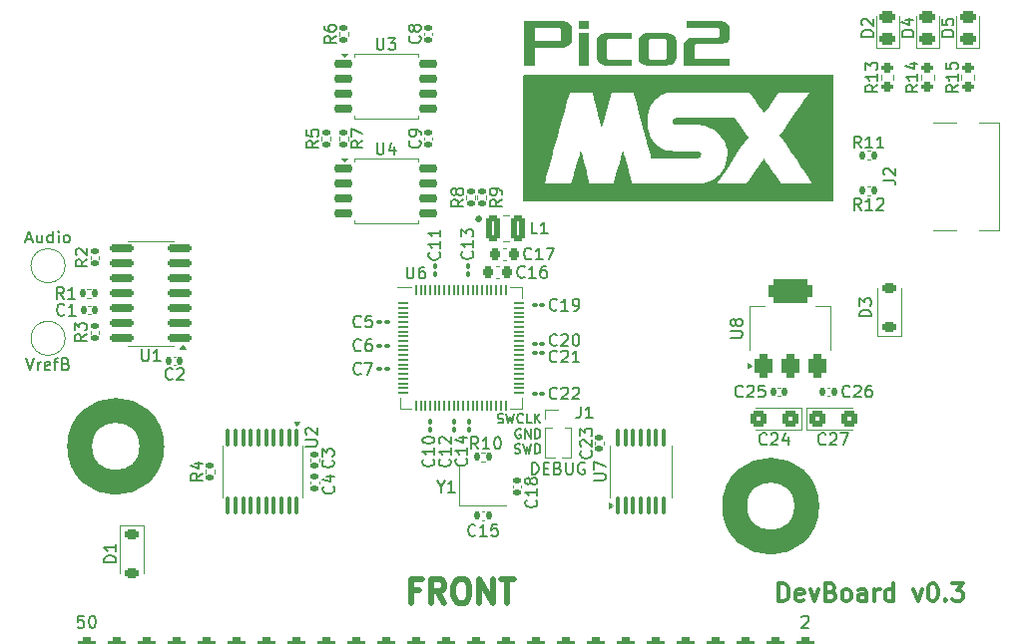
<source format=gbr>
%TF.GenerationSoftware,KiCad,Pcbnew,8.0.4*%
%TF.CreationDate,2024-09-04T03:30:15+02:00*%
%TF.ProjectId,Pico2-MSX,5069636f-322d-44d5-9358-2e6b69636164,rev?*%
%TF.SameCoordinates,Original*%
%TF.FileFunction,Legend,Top*%
%TF.FilePolarity,Positive*%
%FSLAX46Y46*%
G04 Gerber Fmt 4.6, Leading zero omitted, Abs format (unit mm)*
G04 Created by KiCad (PCBNEW 8.0.4) date 2024-09-04 03:30:15*
%MOMM*%
%LPD*%
G01*
G04 APERTURE LIST*
G04 Aperture macros list*
%AMRoundRect*
0 Rectangle with rounded corners*
0 $1 Rounding radius*
0 $2 $3 $4 $5 $6 $7 $8 $9 X,Y pos of 4 corners*
0 Add a 4 corners polygon primitive as box body*
4,1,4,$2,$3,$4,$5,$6,$7,$8,$9,$2,$3,0*
0 Add four circle primitives for the rounded corners*
1,1,$1+$1,$2,$3*
1,1,$1+$1,$4,$5*
1,1,$1+$1,$6,$7*
1,1,$1+$1,$8,$9*
0 Add four rect primitives between the rounded corners*
20,1,$1+$1,$2,$3,$4,$5,0*
20,1,$1+$1,$4,$5,$6,$7,0*
20,1,$1+$1,$6,$7,$8,$9,0*
20,1,$1+$1,$8,$9,$2,$3,0*%
G04 Aperture macros list end*
%ADD10C,0.000000*%
%ADD11C,0.300000*%
%ADD12C,2.125000*%
%ADD13C,0.500000*%
%ADD14C,0.150000*%
%ADD15C,0.700000*%
%ADD16C,0.120000*%
%ADD17RoundRect,0.100000X-0.100000X0.130000X-0.100000X-0.130000X0.100000X-0.130000X0.100000X0.130000X0*%
%ADD18C,2.500000*%
%ADD19C,0.650000*%
%ADD20R,1.240000X0.600000*%
%ADD21R,1.240000X0.300000*%
%ADD22O,2.100000X1.000000*%
%ADD23O,1.800000X1.000000*%
%ADD24RoundRect,0.135000X0.135000X0.185000X-0.135000X0.185000X-0.135000X-0.185000X0.135000X-0.185000X0*%
%ADD25RoundRect,0.150000X-0.650000X-0.150000X0.650000X-0.150000X0.650000X0.150000X-0.650000X0.150000X0*%
%ADD26RoundRect,0.100000X-0.100000X0.637500X-0.100000X-0.637500X0.100000X-0.637500X0.100000X0.637500X0*%
%ADD27RoundRect,0.100000X0.130000X0.100000X-0.130000X0.100000X-0.130000X-0.100000X0.130000X-0.100000X0*%
%ADD28R,1.400000X1.200000*%
%ADD29RoundRect,0.140000X-0.140000X-0.170000X0.140000X-0.170000X0.140000X0.170000X-0.140000X0.170000X0*%
%ADD30RoundRect,0.135000X-0.185000X0.135000X-0.185000X-0.135000X0.185000X-0.135000X0.185000X0.135000X0*%
%ADD31RoundRect,0.243750X0.456250X-0.243750X0.456250X0.243750X-0.456250X0.243750X-0.456250X-0.243750X0*%
%ADD32RoundRect,0.200000X-0.275000X0.200000X-0.275000X-0.200000X0.275000X-0.200000X0.275000X0.200000X0*%
%ADD33RoundRect,0.055000X0.335000X-0.055000X0.335000X0.055000X-0.335000X0.055000X-0.335000X-0.055000X0*%
%ADD34RoundRect,0.055000X-0.055000X-0.335000X0.055000X-0.335000X0.055000X0.335000X-0.055000X0.335000X0*%
%ADD35C,0.600000*%
%ADD36R,1.133333X1.133333*%
%ADD37RoundRect,0.100000X-0.130000X-0.100000X0.130000X-0.100000X0.130000X0.100000X-0.130000X0.100000X0*%
%ADD38RoundRect,0.250000X-0.450000X-0.425000X0.450000X-0.425000X0.450000X0.425000X-0.450000X0.425000X0*%
%ADD39RoundRect,0.140000X0.170000X-0.140000X0.170000X0.140000X-0.170000X0.140000X-0.170000X-0.140000X0*%
%ADD40RoundRect,0.375000X-0.375000X-4.625000X0.375000X-4.625000X0.375000X4.625000X-0.375000X4.625000X0*%
%ADD41RoundRect,0.375000X-0.375000X-4.125000X0.375000X-4.125000X0.375000X4.125000X-0.375000X4.125000X0*%
%ADD42C,1.000000*%
%ADD43O,1.000000X1.000000*%
%ADD44RoundRect,0.135000X0.185000X-0.135000X0.185000X0.135000X-0.185000X0.135000X-0.185000X-0.135000X0*%
%ADD45RoundRect,0.225000X-0.225000X-0.250000X0.225000X-0.250000X0.225000X0.250000X-0.225000X0.250000X0*%
%ADD46RoundRect,0.140000X0.140000X0.170000X-0.140000X0.170000X-0.140000X-0.170000X0.140000X-0.170000X0*%
%ADD47RoundRect,0.225000X0.375000X-0.225000X0.375000X0.225000X-0.375000X0.225000X-0.375000X-0.225000X0*%
%ADD48RoundRect,0.150000X0.825000X0.150000X-0.825000X0.150000X-0.825000X-0.150000X0.825000X-0.150000X0*%
%ADD49RoundRect,0.135000X-0.135000X-0.185000X0.135000X-0.185000X0.135000X0.185000X-0.135000X0.185000X0*%
%ADD50RoundRect,0.100000X0.100000X-0.130000X0.100000X0.130000X-0.100000X0.130000X-0.100000X-0.130000X0*%
%ADD51RoundRect,0.100000X0.100000X-0.637500X0.100000X0.637500X-0.100000X0.637500X-0.100000X-0.637500X0*%
%ADD52RoundRect,0.140000X-0.170000X0.140000X-0.170000X-0.140000X0.170000X-0.140000X0.170000X0.140000X0*%
%ADD53RoundRect,0.250000X-0.375000X-0.850000X0.375000X-0.850000X0.375000X0.850000X-0.375000X0.850000X0*%
%ADD54RoundRect,0.225000X-0.375000X0.225000X-0.375000X-0.225000X0.375000X-0.225000X0.375000X0.225000X0*%
%ADD55RoundRect,0.375000X0.375000X-0.625000X0.375000X0.625000X-0.375000X0.625000X-0.375000X-0.625000X0*%
%ADD56RoundRect,0.500000X1.400000X-0.500000X1.400000X0.500000X-1.400000X0.500000X-1.400000X-0.500000X0*%
%ADD57RoundRect,0.250000X0.450000X0.425000X-0.450000X0.425000X-0.450000X-0.425000X0.450000X-0.425000X0*%
%ADD58C,2.000000*%
G04 APERTURE END LIST*
D10*
G36*
X138770247Y-61377603D02*
G01*
X138775017Y-66722578D01*
X138767176Y-66730417D01*
X138759337Y-66738256D01*
X112462500Y-66738256D01*
X112462500Y-65233073D01*
X114266185Y-65233073D01*
X115391638Y-65232999D01*
X116517091Y-65232924D01*
X116572113Y-65030743D01*
X116572115Y-65030734D01*
X116627136Y-64828552D01*
X116671721Y-64678034D01*
X116716306Y-64527516D01*
X116770507Y-64348775D01*
X116824708Y-64170034D01*
X116865218Y-64028923D01*
X116905729Y-63887811D01*
X116963135Y-63699663D01*
X117020540Y-63511515D01*
X117120843Y-63210478D01*
X117221146Y-62909441D01*
X117295226Y-62693984D01*
X117369306Y-62478527D01*
X117387191Y-62543465D01*
X117405077Y-62608404D01*
X117616796Y-63417440D01*
X117828514Y-64226477D01*
X117854448Y-64320551D01*
X117880380Y-64414624D01*
X117957920Y-64743883D01*
X118035459Y-65073143D01*
X118057091Y-65148402D01*
X118078723Y-65223662D01*
X119116924Y-65228523D01*
X120155123Y-65233386D01*
X120165486Y-65200301D01*
X120175849Y-65167216D01*
X120259331Y-64837956D01*
X120342813Y-64508697D01*
X120411305Y-64245290D01*
X120479797Y-63981882D01*
X120515376Y-63859586D01*
X120550956Y-63737290D01*
X120606658Y-63539734D01*
X120662360Y-63342178D01*
X120710294Y-63178215D01*
X120758229Y-63014251D01*
X120847036Y-62745474D01*
X120935843Y-62476696D01*
X120962149Y-62561363D01*
X120988456Y-62646030D01*
X121025662Y-62768326D01*
X121062867Y-62890622D01*
X121157724Y-63238697D01*
X121252580Y-63586771D01*
X121287410Y-63718475D01*
X121322239Y-63850179D01*
X121369099Y-64028919D01*
X121415959Y-64207660D01*
X121548860Y-64710197D01*
X121681761Y-65212735D01*
X121681761Y-65233068D01*
X127774119Y-65233068D01*
X127968793Y-65165476D01*
X128163467Y-65097884D01*
X128304577Y-65030415D01*
X128445688Y-64962946D01*
X128597262Y-64873656D01*
X128748837Y-64784366D01*
X128902228Y-64660520D01*
X129055618Y-64536675D01*
X129172068Y-64401373D01*
X129288518Y-64266072D01*
X129371703Y-64137483D01*
X129454885Y-64008895D01*
X129502642Y-63901315D01*
X129550398Y-63793735D01*
X129603218Y-63643217D01*
X129656039Y-63492698D01*
X129696655Y-63304550D01*
X129737269Y-63116401D01*
X129753020Y-62852995D01*
X129768774Y-62589587D01*
X129752480Y-62382624D01*
X129736189Y-62175661D01*
X129698878Y-62079740D01*
X129661566Y-61983819D01*
X129584373Y-61816731D01*
X129507178Y-61649645D01*
X129221186Y-61220197D01*
X129038354Y-61037365D01*
X128855523Y-60854533D01*
X128637120Y-60709087D01*
X128418717Y-60563641D01*
X128225240Y-60479505D01*
X128031762Y-60395369D01*
X127862429Y-60351854D01*
X127693094Y-60308338D01*
X127580206Y-60296797D01*
X127467317Y-60285256D01*
X126462347Y-60283151D01*
X125457377Y-60281046D01*
X125362206Y-60256359D01*
X125267035Y-60231672D01*
X125193758Y-60153115D01*
X125120482Y-60074559D01*
X125128681Y-59975682D01*
X125136881Y-59876805D01*
X125224630Y-59753572D01*
X125301751Y-59718547D01*
X125378871Y-59683523D01*
X127900056Y-59683334D01*
X130421240Y-59683143D01*
X130788128Y-60203870D01*
X131155016Y-60724596D01*
X131357422Y-60995430D01*
X131559825Y-61266265D01*
X131546336Y-61288221D01*
X131532844Y-61310178D01*
X130918719Y-62232104D01*
X130304593Y-63154030D01*
X129950430Y-63690252D01*
X129596265Y-64226474D01*
X128959047Y-65184086D01*
X128949647Y-65208577D01*
X128940250Y-65233067D01*
X131402457Y-65233067D01*
X131440374Y-65190733D01*
X131478293Y-65148399D01*
X132150293Y-64173447D01*
X132822295Y-63198496D01*
X132832631Y-63171559D01*
X132842968Y-63144622D01*
X132864473Y-63144963D01*
X132885978Y-63145304D01*
X132949744Y-63243744D01*
X133013511Y-63342184D01*
X133327327Y-63784331D01*
X133641144Y-64226480D01*
X133961526Y-64678035D01*
X134281904Y-65129591D01*
X134315178Y-65181331D01*
X134348452Y-65233072D01*
X136963412Y-65233072D01*
X136954065Y-65209554D01*
X136944719Y-65186036D01*
X136627497Y-64714795D01*
X136310274Y-64243556D01*
X135999828Y-63787630D01*
X135689384Y-63331706D01*
X135425977Y-62946738D01*
X135162569Y-62561772D01*
X134760859Y-61973608D01*
X134359147Y-61385444D01*
X134286997Y-61283604D01*
X134214847Y-61181763D01*
X134371258Y-60954345D01*
X134527666Y-60726926D01*
X134666376Y-60525696D01*
X134805086Y-60324465D01*
X135153160Y-59821053D01*
X135501234Y-59317641D01*
X135956223Y-58658209D01*
X136411213Y-57998777D01*
X136563002Y-57778331D01*
X136714787Y-57557884D01*
X136714787Y-57518738D01*
X135432254Y-57523572D01*
X134149723Y-57528407D01*
X133800070Y-58038909D01*
X133450417Y-58549412D01*
X133311015Y-58735057D01*
X133171616Y-58920703D01*
X133031953Y-59094711D01*
X132892290Y-59268720D01*
X132812955Y-59160563D01*
X132733619Y-59052407D01*
X132451015Y-58647888D01*
X132168412Y-58243370D01*
X132054294Y-58074036D01*
X131940179Y-57904703D01*
X131691046Y-57518999D01*
X124865614Y-57518999D01*
X124714885Y-57547592D01*
X124564158Y-57576185D01*
X124462881Y-57611028D01*
X124361606Y-57645872D01*
X124253331Y-57695399D01*
X124145056Y-57744925D01*
X124010254Y-57833734D01*
X123875450Y-57922542D01*
X123755752Y-58034514D01*
X123636053Y-58146486D01*
X123517859Y-58303971D01*
X123399664Y-58461456D01*
X123313532Y-58625228D01*
X123227399Y-58789000D01*
X123178123Y-58920429D01*
X123128847Y-59051859D01*
X123083196Y-59230874D01*
X123037546Y-59409889D01*
X123015947Y-59579222D01*
X122994349Y-59748556D01*
X122993608Y-59974333D01*
X122992867Y-60200111D01*
X123016430Y-60388259D01*
X123039991Y-60576408D01*
X123094005Y-60783371D01*
X123148020Y-60990334D01*
X123214794Y-61150260D01*
X123281567Y-61310185D01*
X123370658Y-61457970D01*
X123459749Y-61605756D01*
X123586254Y-61758495D01*
X123712759Y-61911235D01*
X123849661Y-62021190D01*
X123986563Y-62131145D01*
X124114100Y-62207610D01*
X124241638Y-62284075D01*
X124411233Y-62345484D01*
X124580828Y-62406893D01*
X124707030Y-62428438D01*
X124833231Y-62449984D01*
X124936713Y-62467487D01*
X125040193Y-62484990D01*
X125275379Y-62503328D01*
X125510564Y-62521665D01*
X126437656Y-62521455D01*
X127364749Y-62521244D01*
X127426935Y-62559678D01*
X127489122Y-62598112D01*
X127557498Y-62725079D01*
X127538166Y-62896599D01*
X127495503Y-62956515D01*
X127452842Y-63016431D01*
X127369144Y-63052307D01*
X127285449Y-63088184D01*
X123304408Y-63088184D01*
X123274056Y-62970592D01*
X123243704Y-62853000D01*
X123102123Y-62316777D01*
X122960541Y-61780555D01*
X122915054Y-61611222D01*
X122869566Y-61441889D01*
X122745256Y-60980926D01*
X122620946Y-60519963D01*
X122498409Y-60058999D01*
X122375873Y-59598036D01*
X122271811Y-59202926D01*
X122167750Y-58807815D01*
X122054329Y-58393889D01*
X121940909Y-57979963D01*
X121914026Y-57876481D01*
X121887142Y-57773000D01*
X121869997Y-57725963D01*
X121852852Y-57678926D01*
X121812013Y-57519000D01*
X119990648Y-57519000D01*
X119980337Y-57535683D01*
X119970026Y-57552366D01*
X119924149Y-57719128D01*
X119878272Y-57885889D01*
X119841835Y-58008185D01*
X119805397Y-58130482D01*
X119754397Y-58299815D01*
X119703397Y-58469148D01*
X119618429Y-58760778D01*
X119533460Y-59052408D01*
X119486807Y-59212334D01*
X119440153Y-59372259D01*
X119392927Y-59541593D01*
X119345701Y-59710926D01*
X119271268Y-59964926D01*
X119196836Y-60218926D01*
X119118346Y-60482333D01*
X119091726Y-60397666D01*
X119065108Y-60312999D01*
X118969827Y-59964925D01*
X118874547Y-59616851D01*
X118820718Y-59409888D01*
X118766890Y-59202925D01*
X118718087Y-59024185D01*
X118669286Y-58845444D01*
X118626085Y-58685518D01*
X118582885Y-58525592D01*
X118457859Y-58037403D01*
X118332832Y-57549214D01*
X118317549Y-57533931D01*
X118302266Y-57518647D01*
X117354406Y-57523527D01*
X116406548Y-57528406D01*
X116381138Y-57631888D01*
X116355729Y-57735369D01*
X116320158Y-57857666D01*
X116284586Y-57979962D01*
X116187833Y-58318629D01*
X116091080Y-58657295D01*
X116055830Y-58779592D01*
X116020580Y-58901888D01*
X115961546Y-59118258D01*
X115902512Y-59334629D01*
X115876680Y-59419295D01*
X115850849Y-59503962D01*
X115811698Y-59663888D01*
X115772547Y-59823814D01*
X115755775Y-59870851D01*
X115739003Y-59917888D01*
X115690620Y-60096629D01*
X115642237Y-60275369D01*
X115574570Y-60519962D01*
X115506903Y-60764554D01*
X115462860Y-60924480D01*
X115418818Y-61084406D01*
X115372415Y-61253739D01*
X115326012Y-61423072D01*
X115238010Y-61742925D01*
X115150007Y-62062776D01*
X115083680Y-62307369D01*
X115017352Y-62551962D01*
X114990499Y-62664851D01*
X114963645Y-62777739D01*
X114946663Y-62824776D01*
X114929682Y-62871813D01*
X114861388Y-63125813D01*
X114793094Y-63379813D01*
X114776905Y-63426851D01*
X114760715Y-63473888D01*
X114701664Y-63690258D01*
X114642614Y-63906629D01*
X114557817Y-64207665D01*
X114473019Y-64508702D01*
X114408349Y-64743887D01*
X114343679Y-64979073D01*
X114317447Y-65063738D01*
X114291215Y-65148406D01*
X114278701Y-65190739D01*
X114266185Y-65233073D01*
X112462500Y-65233073D01*
X112462500Y-56077783D01*
X112485079Y-56055205D01*
X112507656Y-56032627D01*
X138765479Y-56032627D01*
X138770247Y-61377603D01*
G37*
D11*
X108837500Y-68255250D02*
G75*
G02*
X108537500Y-68255250I-150000J0D01*
G01*
X108537500Y-68255250D02*
G75*
G02*
X108837500Y-68255250I150000J0D01*
G01*
D12*
X136510000Y-92651500D02*
G75*
G02*
X130385000Y-92651500I-3062500J0D01*
G01*
X130385000Y-92651500D02*
G75*
G02*
X136510000Y-92651500I3062500J0D01*
G01*
X80950000Y-87571500D02*
G75*
G02*
X74825000Y-87571500I-3062500J0D01*
G01*
X74825000Y-87571500D02*
G75*
G02*
X80950000Y-87571500I3062500J0D01*
G01*
D11*
X134137010Y-100720828D02*
X134137010Y-99220828D01*
X134137010Y-99220828D02*
X134494153Y-99220828D01*
X134494153Y-99220828D02*
X134708439Y-99292257D01*
X134708439Y-99292257D02*
X134851296Y-99435114D01*
X134851296Y-99435114D02*
X134922725Y-99577971D01*
X134922725Y-99577971D02*
X134994153Y-99863685D01*
X134994153Y-99863685D02*
X134994153Y-100077971D01*
X134994153Y-100077971D02*
X134922725Y-100363685D01*
X134922725Y-100363685D02*
X134851296Y-100506542D01*
X134851296Y-100506542D02*
X134708439Y-100649400D01*
X134708439Y-100649400D02*
X134494153Y-100720828D01*
X134494153Y-100720828D02*
X134137010Y-100720828D01*
X136208439Y-100649400D02*
X136065582Y-100720828D01*
X136065582Y-100720828D02*
X135779868Y-100720828D01*
X135779868Y-100720828D02*
X135637010Y-100649400D01*
X135637010Y-100649400D02*
X135565582Y-100506542D01*
X135565582Y-100506542D02*
X135565582Y-99935114D01*
X135565582Y-99935114D02*
X135637010Y-99792257D01*
X135637010Y-99792257D02*
X135779868Y-99720828D01*
X135779868Y-99720828D02*
X136065582Y-99720828D01*
X136065582Y-99720828D02*
X136208439Y-99792257D01*
X136208439Y-99792257D02*
X136279868Y-99935114D01*
X136279868Y-99935114D02*
X136279868Y-100077971D01*
X136279868Y-100077971D02*
X135565582Y-100220828D01*
X136779867Y-99720828D02*
X137137010Y-100720828D01*
X137137010Y-100720828D02*
X137494153Y-99720828D01*
X138565581Y-99935114D02*
X138779867Y-100006542D01*
X138779867Y-100006542D02*
X138851296Y-100077971D01*
X138851296Y-100077971D02*
X138922724Y-100220828D01*
X138922724Y-100220828D02*
X138922724Y-100435114D01*
X138922724Y-100435114D02*
X138851296Y-100577971D01*
X138851296Y-100577971D02*
X138779867Y-100649400D01*
X138779867Y-100649400D02*
X138637010Y-100720828D01*
X138637010Y-100720828D02*
X138065581Y-100720828D01*
X138065581Y-100720828D02*
X138065581Y-99220828D01*
X138065581Y-99220828D02*
X138565581Y-99220828D01*
X138565581Y-99220828D02*
X138708439Y-99292257D01*
X138708439Y-99292257D02*
X138779867Y-99363685D01*
X138779867Y-99363685D02*
X138851296Y-99506542D01*
X138851296Y-99506542D02*
X138851296Y-99649400D01*
X138851296Y-99649400D02*
X138779867Y-99792257D01*
X138779867Y-99792257D02*
X138708439Y-99863685D01*
X138708439Y-99863685D02*
X138565581Y-99935114D01*
X138565581Y-99935114D02*
X138065581Y-99935114D01*
X139779867Y-100720828D02*
X139637010Y-100649400D01*
X139637010Y-100649400D02*
X139565581Y-100577971D01*
X139565581Y-100577971D02*
X139494153Y-100435114D01*
X139494153Y-100435114D02*
X139494153Y-100006542D01*
X139494153Y-100006542D02*
X139565581Y-99863685D01*
X139565581Y-99863685D02*
X139637010Y-99792257D01*
X139637010Y-99792257D02*
X139779867Y-99720828D01*
X139779867Y-99720828D02*
X139994153Y-99720828D01*
X139994153Y-99720828D02*
X140137010Y-99792257D01*
X140137010Y-99792257D02*
X140208439Y-99863685D01*
X140208439Y-99863685D02*
X140279867Y-100006542D01*
X140279867Y-100006542D02*
X140279867Y-100435114D01*
X140279867Y-100435114D02*
X140208439Y-100577971D01*
X140208439Y-100577971D02*
X140137010Y-100649400D01*
X140137010Y-100649400D02*
X139994153Y-100720828D01*
X139994153Y-100720828D02*
X139779867Y-100720828D01*
X141565582Y-100720828D02*
X141565582Y-99935114D01*
X141565582Y-99935114D02*
X141494153Y-99792257D01*
X141494153Y-99792257D02*
X141351296Y-99720828D01*
X141351296Y-99720828D02*
X141065582Y-99720828D01*
X141065582Y-99720828D02*
X140922724Y-99792257D01*
X141565582Y-100649400D02*
X141422724Y-100720828D01*
X141422724Y-100720828D02*
X141065582Y-100720828D01*
X141065582Y-100720828D02*
X140922724Y-100649400D01*
X140922724Y-100649400D02*
X140851296Y-100506542D01*
X140851296Y-100506542D02*
X140851296Y-100363685D01*
X140851296Y-100363685D02*
X140922724Y-100220828D01*
X140922724Y-100220828D02*
X141065582Y-100149400D01*
X141065582Y-100149400D02*
X141422724Y-100149400D01*
X141422724Y-100149400D02*
X141565582Y-100077971D01*
X142279867Y-100720828D02*
X142279867Y-99720828D01*
X142279867Y-100006542D02*
X142351296Y-99863685D01*
X142351296Y-99863685D02*
X142422725Y-99792257D01*
X142422725Y-99792257D02*
X142565582Y-99720828D01*
X142565582Y-99720828D02*
X142708439Y-99720828D01*
X143851296Y-100720828D02*
X143851296Y-99220828D01*
X143851296Y-100649400D02*
X143708438Y-100720828D01*
X143708438Y-100720828D02*
X143422724Y-100720828D01*
X143422724Y-100720828D02*
X143279867Y-100649400D01*
X143279867Y-100649400D02*
X143208438Y-100577971D01*
X143208438Y-100577971D02*
X143137010Y-100435114D01*
X143137010Y-100435114D02*
X143137010Y-100006542D01*
X143137010Y-100006542D02*
X143208438Y-99863685D01*
X143208438Y-99863685D02*
X143279867Y-99792257D01*
X143279867Y-99792257D02*
X143422724Y-99720828D01*
X143422724Y-99720828D02*
X143708438Y-99720828D01*
X143708438Y-99720828D02*
X143851296Y-99792257D01*
X145565581Y-99720828D02*
X145922724Y-100720828D01*
X145922724Y-100720828D02*
X146279867Y-99720828D01*
X147137010Y-99220828D02*
X147279867Y-99220828D01*
X147279867Y-99220828D02*
X147422724Y-99292257D01*
X147422724Y-99292257D02*
X147494153Y-99363685D01*
X147494153Y-99363685D02*
X147565581Y-99506542D01*
X147565581Y-99506542D02*
X147637010Y-99792257D01*
X147637010Y-99792257D02*
X147637010Y-100149400D01*
X147637010Y-100149400D02*
X147565581Y-100435114D01*
X147565581Y-100435114D02*
X147494153Y-100577971D01*
X147494153Y-100577971D02*
X147422724Y-100649400D01*
X147422724Y-100649400D02*
X147279867Y-100720828D01*
X147279867Y-100720828D02*
X147137010Y-100720828D01*
X147137010Y-100720828D02*
X146994153Y-100649400D01*
X146994153Y-100649400D02*
X146922724Y-100577971D01*
X146922724Y-100577971D02*
X146851295Y-100435114D01*
X146851295Y-100435114D02*
X146779867Y-100149400D01*
X146779867Y-100149400D02*
X146779867Y-99792257D01*
X146779867Y-99792257D02*
X146851295Y-99506542D01*
X146851295Y-99506542D02*
X146922724Y-99363685D01*
X146922724Y-99363685D02*
X146994153Y-99292257D01*
X146994153Y-99292257D02*
X147137010Y-99220828D01*
X148279866Y-100577971D02*
X148351295Y-100649400D01*
X148351295Y-100649400D02*
X148279866Y-100720828D01*
X148279866Y-100720828D02*
X148208438Y-100649400D01*
X148208438Y-100649400D02*
X148279866Y-100577971D01*
X148279866Y-100577971D02*
X148279866Y-100720828D01*
X148851295Y-99220828D02*
X149779867Y-99220828D01*
X149779867Y-99220828D02*
X149279867Y-99792257D01*
X149279867Y-99792257D02*
X149494152Y-99792257D01*
X149494152Y-99792257D02*
X149637010Y-99863685D01*
X149637010Y-99863685D02*
X149708438Y-99935114D01*
X149708438Y-99935114D02*
X149779867Y-100077971D01*
X149779867Y-100077971D02*
X149779867Y-100435114D01*
X149779867Y-100435114D02*
X149708438Y-100577971D01*
X149708438Y-100577971D02*
X149637010Y-100649400D01*
X149637010Y-100649400D02*
X149494152Y-100720828D01*
X149494152Y-100720828D02*
X149065581Y-100720828D01*
X149065581Y-100720828D02*
X148922724Y-100649400D01*
X148922724Y-100649400D02*
X148851295Y-100577971D01*
D13*
X103591071Y-99808119D02*
X102924404Y-99808119D01*
X102924404Y-100855738D02*
X102924404Y-98855738D01*
X102924404Y-98855738D02*
X103876785Y-98855738D01*
X105781547Y-100855738D02*
X105114880Y-99903357D01*
X104638690Y-100855738D02*
X104638690Y-98855738D01*
X104638690Y-98855738D02*
X105400595Y-98855738D01*
X105400595Y-98855738D02*
X105591071Y-98950976D01*
X105591071Y-98950976D02*
X105686309Y-99046214D01*
X105686309Y-99046214D02*
X105781547Y-99236690D01*
X105781547Y-99236690D02*
X105781547Y-99522404D01*
X105781547Y-99522404D02*
X105686309Y-99712880D01*
X105686309Y-99712880D02*
X105591071Y-99808119D01*
X105591071Y-99808119D02*
X105400595Y-99903357D01*
X105400595Y-99903357D02*
X104638690Y-99903357D01*
X107019642Y-98855738D02*
X107400595Y-98855738D01*
X107400595Y-98855738D02*
X107591071Y-98950976D01*
X107591071Y-98950976D02*
X107781547Y-99141452D01*
X107781547Y-99141452D02*
X107876785Y-99522404D01*
X107876785Y-99522404D02*
X107876785Y-100189071D01*
X107876785Y-100189071D02*
X107781547Y-100570023D01*
X107781547Y-100570023D02*
X107591071Y-100760500D01*
X107591071Y-100760500D02*
X107400595Y-100855738D01*
X107400595Y-100855738D02*
X107019642Y-100855738D01*
X107019642Y-100855738D02*
X106829166Y-100760500D01*
X106829166Y-100760500D02*
X106638690Y-100570023D01*
X106638690Y-100570023D02*
X106543452Y-100189071D01*
X106543452Y-100189071D02*
X106543452Y-99522404D01*
X106543452Y-99522404D02*
X106638690Y-99141452D01*
X106638690Y-99141452D02*
X106829166Y-98950976D01*
X106829166Y-98950976D02*
X107019642Y-98855738D01*
X108733928Y-100855738D02*
X108733928Y-98855738D01*
X108733928Y-98855738D02*
X109876785Y-100855738D01*
X109876785Y-100855738D02*
X109876785Y-98855738D01*
X110543452Y-98855738D02*
X111686309Y-98855738D01*
X111114880Y-100855738D02*
X111114880Y-98855738D01*
D14*
X110292386Y-85562745D02*
X110406672Y-85600840D01*
X110406672Y-85600840D02*
X110597148Y-85600840D01*
X110597148Y-85600840D02*
X110673339Y-85562745D01*
X110673339Y-85562745D02*
X110711434Y-85524649D01*
X110711434Y-85524649D02*
X110749529Y-85448459D01*
X110749529Y-85448459D02*
X110749529Y-85372268D01*
X110749529Y-85372268D02*
X110711434Y-85296078D01*
X110711434Y-85296078D02*
X110673339Y-85257983D01*
X110673339Y-85257983D02*
X110597148Y-85219887D01*
X110597148Y-85219887D02*
X110444767Y-85181792D01*
X110444767Y-85181792D02*
X110368577Y-85143697D01*
X110368577Y-85143697D02*
X110330482Y-85105602D01*
X110330482Y-85105602D02*
X110292386Y-85029411D01*
X110292386Y-85029411D02*
X110292386Y-84953221D01*
X110292386Y-84953221D02*
X110330482Y-84877030D01*
X110330482Y-84877030D02*
X110368577Y-84838935D01*
X110368577Y-84838935D02*
X110444767Y-84800840D01*
X110444767Y-84800840D02*
X110635244Y-84800840D01*
X110635244Y-84800840D02*
X110749529Y-84838935D01*
X111016196Y-84800840D02*
X111206672Y-85600840D01*
X111206672Y-85600840D02*
X111359053Y-85029411D01*
X111359053Y-85029411D02*
X111511434Y-85600840D01*
X111511434Y-85600840D02*
X111701911Y-84800840D01*
X112463816Y-85524649D02*
X112425720Y-85562745D01*
X112425720Y-85562745D02*
X112311435Y-85600840D01*
X112311435Y-85600840D02*
X112235244Y-85600840D01*
X112235244Y-85600840D02*
X112120958Y-85562745D01*
X112120958Y-85562745D02*
X112044768Y-85486554D01*
X112044768Y-85486554D02*
X112006673Y-85410364D01*
X112006673Y-85410364D02*
X111968577Y-85257983D01*
X111968577Y-85257983D02*
X111968577Y-85143697D01*
X111968577Y-85143697D02*
X112006673Y-84991316D01*
X112006673Y-84991316D02*
X112044768Y-84915125D01*
X112044768Y-84915125D02*
X112120958Y-84838935D01*
X112120958Y-84838935D02*
X112235244Y-84800840D01*
X112235244Y-84800840D02*
X112311435Y-84800840D01*
X112311435Y-84800840D02*
X112425720Y-84838935D01*
X112425720Y-84838935D02*
X112463816Y-84877030D01*
X113187625Y-85600840D02*
X112806673Y-85600840D01*
X112806673Y-85600840D02*
X112806673Y-84800840D01*
X113454292Y-85600840D02*
X113454292Y-84800840D01*
X113911435Y-85600840D02*
X113568577Y-85143697D01*
X113911435Y-84800840D02*
X113454292Y-85257983D01*
X112235244Y-86126890D02*
X112159054Y-86088795D01*
X112159054Y-86088795D02*
X112044768Y-86088795D01*
X112044768Y-86088795D02*
X111930482Y-86126890D01*
X111930482Y-86126890D02*
X111854292Y-86203080D01*
X111854292Y-86203080D02*
X111816197Y-86279271D01*
X111816197Y-86279271D02*
X111778101Y-86431652D01*
X111778101Y-86431652D02*
X111778101Y-86545938D01*
X111778101Y-86545938D02*
X111816197Y-86698319D01*
X111816197Y-86698319D02*
X111854292Y-86774509D01*
X111854292Y-86774509D02*
X111930482Y-86850700D01*
X111930482Y-86850700D02*
X112044768Y-86888795D01*
X112044768Y-86888795D02*
X112120959Y-86888795D01*
X112120959Y-86888795D02*
X112235244Y-86850700D01*
X112235244Y-86850700D02*
X112273340Y-86812604D01*
X112273340Y-86812604D02*
X112273340Y-86545938D01*
X112273340Y-86545938D02*
X112120959Y-86545938D01*
X112616197Y-86888795D02*
X112616197Y-86088795D01*
X112616197Y-86088795D02*
X113073340Y-86888795D01*
X113073340Y-86888795D02*
X113073340Y-86088795D01*
X113454292Y-86888795D02*
X113454292Y-86088795D01*
X113454292Y-86088795D02*
X113644768Y-86088795D01*
X113644768Y-86088795D02*
X113759054Y-86126890D01*
X113759054Y-86126890D02*
X113835244Y-86203080D01*
X113835244Y-86203080D02*
X113873339Y-86279271D01*
X113873339Y-86279271D02*
X113911435Y-86431652D01*
X113911435Y-86431652D02*
X113911435Y-86545938D01*
X113911435Y-86545938D02*
X113873339Y-86698319D01*
X113873339Y-86698319D02*
X113835244Y-86774509D01*
X113835244Y-86774509D02*
X113759054Y-86850700D01*
X113759054Y-86850700D02*
X113644768Y-86888795D01*
X113644768Y-86888795D02*
X113454292Y-86888795D01*
X111740005Y-88138655D02*
X111854291Y-88176750D01*
X111854291Y-88176750D02*
X112044767Y-88176750D01*
X112044767Y-88176750D02*
X112120958Y-88138655D01*
X112120958Y-88138655D02*
X112159053Y-88100559D01*
X112159053Y-88100559D02*
X112197148Y-88024369D01*
X112197148Y-88024369D02*
X112197148Y-87948178D01*
X112197148Y-87948178D02*
X112159053Y-87871988D01*
X112159053Y-87871988D02*
X112120958Y-87833893D01*
X112120958Y-87833893D02*
X112044767Y-87795797D01*
X112044767Y-87795797D02*
X111892386Y-87757702D01*
X111892386Y-87757702D02*
X111816196Y-87719607D01*
X111816196Y-87719607D02*
X111778101Y-87681512D01*
X111778101Y-87681512D02*
X111740005Y-87605321D01*
X111740005Y-87605321D02*
X111740005Y-87529131D01*
X111740005Y-87529131D02*
X111778101Y-87452940D01*
X111778101Y-87452940D02*
X111816196Y-87414845D01*
X111816196Y-87414845D02*
X111892386Y-87376750D01*
X111892386Y-87376750D02*
X112082863Y-87376750D01*
X112082863Y-87376750D02*
X112197148Y-87414845D01*
X112463815Y-87376750D02*
X112654291Y-88176750D01*
X112654291Y-88176750D02*
X112806672Y-87605321D01*
X112806672Y-87605321D02*
X112959053Y-88176750D01*
X112959053Y-88176750D02*
X113149530Y-87376750D01*
X113454292Y-88176750D02*
X113454292Y-87376750D01*
X113454292Y-87376750D02*
X113644768Y-87376750D01*
X113644768Y-87376750D02*
X113759054Y-87414845D01*
X113759054Y-87414845D02*
X113835244Y-87491035D01*
X113835244Y-87491035D02*
X113873339Y-87567226D01*
X113873339Y-87567226D02*
X113911435Y-87719607D01*
X113911435Y-87719607D02*
X113911435Y-87833893D01*
X113911435Y-87833893D02*
X113873339Y-87986274D01*
X113873339Y-87986274D02*
X113835244Y-88062464D01*
X113835244Y-88062464D02*
X113759054Y-88138655D01*
X113759054Y-88138655D02*
X113644768Y-88176750D01*
X113644768Y-88176750D02*
X113454292Y-88176750D01*
D15*
G36*
X115721132Y-51463130D02*
G01*
X115919505Y-51479908D01*
X116136130Y-51532136D01*
X116314885Y-51618801D01*
X116474804Y-51767812D01*
X116569846Y-51965420D01*
X116595420Y-52166826D01*
X116595420Y-53009952D01*
X116594380Y-53052885D01*
X116558751Y-53247554D01*
X116452504Y-53436881D01*
X116282320Y-53577470D01*
X116095731Y-53657063D01*
X115871923Y-53702220D01*
X115668274Y-53713371D01*
X113459342Y-53713371D01*
X113459342Y-55214000D01*
X112556620Y-55214000D01*
X112556620Y-53175060D01*
X113459342Y-53175060D01*
X115500235Y-53175060D01*
X115546134Y-53173110D01*
X115693675Y-53038284D01*
X115693675Y-52138494D01*
X115681860Y-52076731D01*
X115500235Y-52001718D01*
X113459342Y-52001718D01*
X113459342Y-53175060D01*
X112556620Y-53175060D01*
X112556620Y-51462429D01*
X115668274Y-51462429D01*
X115721132Y-51463130D01*
G37*
G36*
X117202119Y-55214000D02*
G01*
X118049153Y-55214000D01*
X118049153Y-52462848D01*
X117202119Y-52462848D01*
X117202119Y-55214000D01*
G37*
G36*
X117202119Y-52085737D02*
G01*
X118049153Y-52085737D01*
X118049153Y-51462429D01*
X117202119Y-51462429D01*
X117202119Y-52085737D01*
G37*
G36*
X118714471Y-54567244D02*
G01*
X118748513Y-54789459D01*
X118847495Y-54964223D01*
X119006705Y-55092310D01*
X119221427Y-55174493D01*
X119439367Y-55208471D01*
X119585929Y-55214000D01*
X121689349Y-55214000D01*
X121689349Y-54732353D01*
X119725636Y-54732353D01*
X119561505Y-54622932D01*
X119561505Y-53054893D01*
X119725636Y-52945472D01*
X121689349Y-52945472D01*
X121689349Y-52462848D01*
X119585929Y-52462848D01*
X119348133Y-52478300D01*
X119143976Y-52524922D01*
X118947234Y-52622583D01*
X118807577Y-52766405D01*
X118729717Y-52957085D01*
X118714471Y-53110580D01*
X118714471Y-54567244D01*
G37*
G36*
X124713091Y-52468401D02*
G01*
X124931031Y-52502507D01*
X125145754Y-52584935D01*
X125304963Y-52713292D01*
X125403946Y-52888276D01*
X125437988Y-53110580D01*
X125437988Y-54567244D01*
X125422742Y-54720698D01*
X125344882Y-54911193D01*
X125205225Y-55054753D01*
X125008483Y-55152152D01*
X124804326Y-55198612D01*
X124566530Y-55214000D01*
X123110842Y-55214000D01*
X122964280Y-55208471D01*
X122746340Y-55174493D01*
X122531618Y-55092310D01*
X122372408Y-54964223D01*
X122273425Y-54789459D01*
X122239384Y-54567244D01*
X122239384Y-53110580D01*
X122244915Y-53054893D01*
X123086418Y-53054893D01*
X123086418Y-54622932D01*
X123250549Y-54732353D01*
X124426823Y-54732353D01*
X124591931Y-54622932D01*
X124591931Y-53054893D01*
X124426823Y-52945472D01*
X123250549Y-52945472D01*
X123086418Y-53054893D01*
X122244915Y-53054893D01*
X122254630Y-52957085D01*
X122332489Y-52766405D01*
X122472147Y-52622583D01*
X122668889Y-52524922D01*
X122873046Y-52478300D01*
X123110842Y-52462848D01*
X124566530Y-52462848D01*
X124713091Y-52468401D01*
G37*
G36*
X126072042Y-55214000D02*
G01*
X129999467Y-55214000D01*
X129999467Y-54675688D01*
X126974764Y-54675688D01*
X126974764Y-53537517D01*
X127122306Y-53402731D01*
X127168204Y-53400741D01*
X129072322Y-53400741D01*
X129275690Y-53389591D01*
X129499352Y-53344454D01*
X129685962Y-53264921D01*
X129856293Y-53124489D01*
X129962714Y-52935447D01*
X129998424Y-52741142D01*
X129999467Y-52698298D01*
X129999467Y-52165849D01*
X129973833Y-51964834D01*
X129878624Y-51767536D01*
X129718544Y-51618700D01*
X129539745Y-51532107D01*
X129323227Y-51479905D01*
X129125094Y-51463130D01*
X129072322Y-51462429D01*
X126352433Y-51462429D01*
X126352433Y-52001718D01*
X128904282Y-52001718D01*
X129084946Y-52076731D01*
X129096746Y-52138494D01*
X129096746Y-52725653D01*
X128949859Y-52860479D01*
X128904282Y-52862429D01*
X127000165Y-52862429D01*
X126796474Y-52873619D01*
X126572520Y-52918882D01*
X126385722Y-52998564D01*
X126215268Y-53139111D01*
X126108802Y-53328086D01*
X126073086Y-53522114D01*
X126072042Y-53564872D01*
X126072042Y-55214000D01*
G37*
D14*
X107612080Y-88612922D02*
X107659700Y-88660541D01*
X107659700Y-88660541D02*
X107707319Y-88803398D01*
X107707319Y-88803398D02*
X107707319Y-88898636D01*
X107707319Y-88898636D02*
X107659700Y-89041493D01*
X107659700Y-89041493D02*
X107564461Y-89136731D01*
X107564461Y-89136731D02*
X107469223Y-89184350D01*
X107469223Y-89184350D02*
X107278747Y-89231969D01*
X107278747Y-89231969D02*
X107135890Y-89231969D01*
X107135890Y-89231969D02*
X106945414Y-89184350D01*
X106945414Y-89184350D02*
X106850176Y-89136731D01*
X106850176Y-89136731D02*
X106754938Y-89041493D01*
X106754938Y-89041493D02*
X106707319Y-88898636D01*
X106707319Y-88898636D02*
X106707319Y-88803398D01*
X106707319Y-88803398D02*
X106754938Y-88660541D01*
X106754938Y-88660541D02*
X106802557Y-88612922D01*
X107707319Y-87660541D02*
X107707319Y-88231969D01*
X107707319Y-87946255D02*
X106707319Y-87946255D01*
X106707319Y-87946255D02*
X106850176Y-88041493D01*
X106850176Y-88041493D02*
X106945414Y-88136731D01*
X106945414Y-88136731D02*
X106993033Y-88231969D01*
X107040652Y-86803398D02*
X107707319Y-86803398D01*
X106659700Y-87041493D02*
X107373985Y-87279588D01*
X107373985Y-87279588D02*
X107373985Y-86660541D01*
X70310417Y-69989604D02*
X70786607Y-69989604D01*
X70215179Y-70275319D02*
X70548512Y-69275319D01*
X70548512Y-69275319D02*
X70881845Y-70275319D01*
X71643750Y-69608652D02*
X71643750Y-70275319D01*
X71215179Y-69608652D02*
X71215179Y-70132461D01*
X71215179Y-70132461D02*
X71262798Y-70227700D01*
X71262798Y-70227700D02*
X71358036Y-70275319D01*
X71358036Y-70275319D02*
X71500893Y-70275319D01*
X71500893Y-70275319D02*
X71596131Y-70227700D01*
X71596131Y-70227700D02*
X71643750Y-70180080D01*
X72548512Y-70275319D02*
X72548512Y-69275319D01*
X72548512Y-70227700D02*
X72453274Y-70275319D01*
X72453274Y-70275319D02*
X72262798Y-70275319D01*
X72262798Y-70275319D02*
X72167560Y-70227700D01*
X72167560Y-70227700D02*
X72119941Y-70180080D01*
X72119941Y-70180080D02*
X72072322Y-70084842D01*
X72072322Y-70084842D02*
X72072322Y-69799128D01*
X72072322Y-69799128D02*
X72119941Y-69703890D01*
X72119941Y-69703890D02*
X72167560Y-69656271D01*
X72167560Y-69656271D02*
X72262798Y-69608652D01*
X72262798Y-69608652D02*
X72453274Y-69608652D01*
X72453274Y-69608652D02*
X72548512Y-69656271D01*
X73024703Y-70275319D02*
X73024703Y-69608652D01*
X73024703Y-69275319D02*
X72977084Y-69322938D01*
X72977084Y-69322938D02*
X73024703Y-69370557D01*
X73024703Y-69370557D02*
X73072322Y-69322938D01*
X73072322Y-69322938D02*
X73024703Y-69275319D01*
X73024703Y-69275319D02*
X73024703Y-69370557D01*
X73643750Y-70275319D02*
X73548512Y-70227700D01*
X73548512Y-70227700D02*
X73500893Y-70180080D01*
X73500893Y-70180080D02*
X73453274Y-70084842D01*
X73453274Y-70084842D02*
X73453274Y-69799128D01*
X73453274Y-69799128D02*
X73500893Y-69703890D01*
X73500893Y-69703890D02*
X73548512Y-69656271D01*
X73548512Y-69656271D02*
X73643750Y-69608652D01*
X73643750Y-69608652D02*
X73786607Y-69608652D01*
X73786607Y-69608652D02*
X73881845Y-69656271D01*
X73881845Y-69656271D02*
X73929464Y-69703890D01*
X73929464Y-69703890D02*
X73977083Y-69799128D01*
X73977083Y-69799128D02*
X73977083Y-70084842D01*
X73977083Y-70084842D02*
X73929464Y-70180080D01*
X73929464Y-70180080D02*
X73881845Y-70227700D01*
X73881845Y-70227700D02*
X73786607Y-70275319D01*
X73786607Y-70275319D02*
X73643750Y-70275319D01*
X104812080Y-88661857D02*
X104859700Y-88709476D01*
X104859700Y-88709476D02*
X104907319Y-88852333D01*
X104907319Y-88852333D02*
X104907319Y-88947571D01*
X104907319Y-88947571D02*
X104859700Y-89090428D01*
X104859700Y-89090428D02*
X104764461Y-89185666D01*
X104764461Y-89185666D02*
X104669223Y-89233285D01*
X104669223Y-89233285D02*
X104478747Y-89280904D01*
X104478747Y-89280904D02*
X104335890Y-89280904D01*
X104335890Y-89280904D02*
X104145414Y-89233285D01*
X104145414Y-89233285D02*
X104050176Y-89185666D01*
X104050176Y-89185666D02*
X103954938Y-89090428D01*
X103954938Y-89090428D02*
X103907319Y-88947571D01*
X103907319Y-88947571D02*
X103907319Y-88852333D01*
X103907319Y-88852333D02*
X103954938Y-88709476D01*
X103954938Y-88709476D02*
X104002557Y-88661857D01*
X104907319Y-87709476D02*
X104907319Y-88280904D01*
X104907319Y-87995190D02*
X103907319Y-87995190D01*
X103907319Y-87995190D02*
X104050176Y-88090428D01*
X104050176Y-88090428D02*
X104145414Y-88185666D01*
X104145414Y-88185666D02*
X104193033Y-88280904D01*
X103907319Y-87090428D02*
X103907319Y-86995190D01*
X103907319Y-86995190D02*
X103954938Y-86899952D01*
X103954938Y-86899952D02*
X104002557Y-86852333D01*
X104002557Y-86852333D02*
X104097795Y-86804714D01*
X104097795Y-86804714D02*
X104288271Y-86757095D01*
X104288271Y-86757095D02*
X104526366Y-86757095D01*
X104526366Y-86757095D02*
X104716842Y-86804714D01*
X104716842Y-86804714D02*
X104812080Y-86852333D01*
X104812080Y-86852333D02*
X104859700Y-86899952D01*
X104859700Y-86899952D02*
X104907319Y-86995190D01*
X104907319Y-86995190D02*
X104907319Y-87090428D01*
X104907319Y-87090428D02*
X104859700Y-87185666D01*
X104859700Y-87185666D02*
X104812080Y-87233285D01*
X104812080Y-87233285D02*
X104716842Y-87280904D01*
X104716842Y-87280904D02*
X104526366Y-87328523D01*
X104526366Y-87328523D02*
X104288271Y-87328523D01*
X104288271Y-87328523D02*
X104097795Y-87280904D01*
X104097795Y-87280904D02*
X104002557Y-87233285D01*
X104002557Y-87233285D02*
X103954938Y-87185666D01*
X103954938Y-87185666D02*
X103907319Y-87090428D01*
X143027319Y-64947333D02*
X143741604Y-64947333D01*
X143741604Y-64947333D02*
X143884461Y-64994952D01*
X143884461Y-64994952D02*
X143979700Y-65090190D01*
X143979700Y-65090190D02*
X144027319Y-65233047D01*
X144027319Y-65233047D02*
X144027319Y-65328285D01*
X143122557Y-64518761D02*
X143074938Y-64471142D01*
X143074938Y-64471142D02*
X143027319Y-64375904D01*
X143027319Y-64375904D02*
X143027319Y-64137809D01*
X143027319Y-64137809D02*
X143074938Y-64042571D01*
X143074938Y-64042571D02*
X143122557Y-63994952D01*
X143122557Y-63994952D02*
X143217795Y-63947333D01*
X143217795Y-63947333D02*
X143313033Y-63947333D01*
X143313033Y-63947333D02*
X143455890Y-63994952D01*
X143455890Y-63994952D02*
X144027319Y-64566380D01*
X144027319Y-64566380D02*
X144027319Y-63947333D01*
X141127142Y-67488819D02*
X140793809Y-67012628D01*
X140555714Y-67488819D02*
X140555714Y-66488819D01*
X140555714Y-66488819D02*
X140936666Y-66488819D01*
X140936666Y-66488819D02*
X141031904Y-66536438D01*
X141031904Y-66536438D02*
X141079523Y-66584057D01*
X141079523Y-66584057D02*
X141127142Y-66679295D01*
X141127142Y-66679295D02*
X141127142Y-66822152D01*
X141127142Y-66822152D02*
X141079523Y-66917390D01*
X141079523Y-66917390D02*
X141031904Y-66965009D01*
X141031904Y-66965009D02*
X140936666Y-67012628D01*
X140936666Y-67012628D02*
X140555714Y-67012628D01*
X142079523Y-67488819D02*
X141508095Y-67488819D01*
X141793809Y-67488819D02*
X141793809Y-66488819D01*
X141793809Y-66488819D02*
X141698571Y-66631676D01*
X141698571Y-66631676D02*
X141603333Y-66726914D01*
X141603333Y-66726914D02*
X141508095Y-66774533D01*
X142460476Y-66584057D02*
X142508095Y-66536438D01*
X142508095Y-66536438D02*
X142603333Y-66488819D01*
X142603333Y-66488819D02*
X142841428Y-66488819D01*
X142841428Y-66488819D02*
X142936666Y-66536438D01*
X142936666Y-66536438D02*
X142984285Y-66584057D01*
X142984285Y-66584057D02*
X143031904Y-66679295D01*
X143031904Y-66679295D02*
X143031904Y-66774533D01*
X143031904Y-66774533D02*
X142984285Y-66917390D01*
X142984285Y-66917390D02*
X142412857Y-67488819D01*
X142412857Y-67488819D02*
X143031904Y-67488819D01*
X100050595Y-61778819D02*
X100050595Y-62588342D01*
X100050595Y-62588342D02*
X100098214Y-62683580D01*
X100098214Y-62683580D02*
X100145833Y-62731200D01*
X100145833Y-62731200D02*
X100241071Y-62778819D01*
X100241071Y-62778819D02*
X100431547Y-62778819D01*
X100431547Y-62778819D02*
X100526785Y-62731200D01*
X100526785Y-62731200D02*
X100574404Y-62683580D01*
X100574404Y-62683580D02*
X100622023Y-62588342D01*
X100622023Y-62588342D02*
X100622023Y-61778819D01*
X101526785Y-62112152D02*
X101526785Y-62778819D01*
X101288690Y-61731200D02*
X101050595Y-62445485D01*
X101050595Y-62445485D02*
X101669642Y-62445485D01*
X93982319Y-87567154D02*
X94791842Y-87567154D01*
X94791842Y-87567154D02*
X94887080Y-87519535D01*
X94887080Y-87519535D02*
X94934700Y-87471916D01*
X94934700Y-87471916D02*
X94982319Y-87376678D01*
X94982319Y-87376678D02*
X94982319Y-87186202D01*
X94982319Y-87186202D02*
X94934700Y-87090964D01*
X94934700Y-87090964D02*
X94887080Y-87043345D01*
X94887080Y-87043345D02*
X94791842Y-86995726D01*
X94791842Y-86995726D02*
X93982319Y-86995726D01*
X94077557Y-86567154D02*
X94029938Y-86519535D01*
X94029938Y-86519535D02*
X93982319Y-86424297D01*
X93982319Y-86424297D02*
X93982319Y-86186202D01*
X93982319Y-86186202D02*
X94029938Y-86090964D01*
X94029938Y-86090964D02*
X94077557Y-86043345D01*
X94077557Y-86043345D02*
X94172795Y-85995726D01*
X94172795Y-85995726D02*
X94268033Y-85995726D01*
X94268033Y-85995726D02*
X94410890Y-86043345D01*
X94410890Y-86043345D02*
X94982319Y-86614773D01*
X94982319Y-86614773D02*
X94982319Y-85995726D01*
X98681958Y-81378580D02*
X98634339Y-81426200D01*
X98634339Y-81426200D02*
X98491482Y-81473819D01*
X98491482Y-81473819D02*
X98396244Y-81473819D01*
X98396244Y-81473819D02*
X98253387Y-81426200D01*
X98253387Y-81426200D02*
X98158149Y-81330961D01*
X98158149Y-81330961D02*
X98110530Y-81235723D01*
X98110530Y-81235723D02*
X98062911Y-81045247D01*
X98062911Y-81045247D02*
X98062911Y-80902390D01*
X98062911Y-80902390D02*
X98110530Y-80711914D01*
X98110530Y-80711914D02*
X98158149Y-80616676D01*
X98158149Y-80616676D02*
X98253387Y-80521438D01*
X98253387Y-80521438D02*
X98396244Y-80473819D01*
X98396244Y-80473819D02*
X98491482Y-80473819D01*
X98491482Y-80473819D02*
X98634339Y-80521438D01*
X98634339Y-80521438D02*
X98681958Y-80569057D01*
X99015292Y-80473819D02*
X99681958Y-80473819D01*
X99681958Y-80473819D02*
X99253387Y-81473819D01*
X141127142Y-62222569D02*
X140793809Y-61746378D01*
X140555714Y-62222569D02*
X140555714Y-61222569D01*
X140555714Y-61222569D02*
X140936666Y-61222569D01*
X140936666Y-61222569D02*
X141031904Y-61270188D01*
X141031904Y-61270188D02*
X141079523Y-61317807D01*
X141079523Y-61317807D02*
X141127142Y-61413045D01*
X141127142Y-61413045D02*
X141127142Y-61555902D01*
X141127142Y-61555902D02*
X141079523Y-61651140D01*
X141079523Y-61651140D02*
X141031904Y-61698759D01*
X141031904Y-61698759D02*
X140936666Y-61746378D01*
X140936666Y-61746378D02*
X140555714Y-61746378D01*
X142079523Y-62222569D02*
X141508095Y-62222569D01*
X141793809Y-62222569D02*
X141793809Y-61222569D01*
X141793809Y-61222569D02*
X141698571Y-61365426D01*
X141698571Y-61365426D02*
X141603333Y-61460664D01*
X141603333Y-61460664D02*
X141508095Y-61508283D01*
X143031904Y-62222569D02*
X142460476Y-62222569D01*
X142746190Y-62222569D02*
X142746190Y-61222569D01*
X142746190Y-61222569D02*
X142650952Y-61365426D01*
X142650952Y-61365426D02*
X142555714Y-61460664D01*
X142555714Y-61460664D02*
X142460476Y-61508283D01*
X73485833Y-75037319D02*
X73152500Y-74561128D01*
X72914405Y-75037319D02*
X72914405Y-74037319D01*
X72914405Y-74037319D02*
X73295357Y-74037319D01*
X73295357Y-74037319D02*
X73390595Y-74084938D01*
X73390595Y-74084938D02*
X73438214Y-74132557D01*
X73438214Y-74132557D02*
X73485833Y-74227795D01*
X73485833Y-74227795D02*
X73485833Y-74370652D01*
X73485833Y-74370652D02*
X73438214Y-74465890D01*
X73438214Y-74465890D02*
X73390595Y-74513509D01*
X73390595Y-74513509D02*
X73295357Y-74561128D01*
X73295357Y-74561128D02*
X72914405Y-74561128D01*
X74438214Y-75037319D02*
X73866786Y-75037319D01*
X74152500Y-75037319D02*
X74152500Y-74037319D01*
X74152500Y-74037319D02*
X74057262Y-74180176D01*
X74057262Y-74180176D02*
X73962024Y-74275414D01*
X73962024Y-74275414D02*
X73866786Y-74323033D01*
X105476309Y-90997628D02*
X105476309Y-91473819D01*
X105142976Y-90473819D02*
X105476309Y-90997628D01*
X105476309Y-90997628D02*
X105809642Y-90473819D01*
X106666785Y-91473819D02*
X106095357Y-91473819D01*
X106381071Y-91473819D02*
X106381071Y-90473819D01*
X106381071Y-90473819D02*
X106285833Y-90616676D01*
X106285833Y-90616676D02*
X106190595Y-90711914D01*
X106190595Y-90711914D02*
X106095357Y-90759533D01*
X108394642Y-95096080D02*
X108347023Y-95143700D01*
X108347023Y-95143700D02*
X108204166Y-95191319D01*
X108204166Y-95191319D02*
X108108928Y-95191319D01*
X108108928Y-95191319D02*
X107966071Y-95143700D01*
X107966071Y-95143700D02*
X107870833Y-95048461D01*
X107870833Y-95048461D02*
X107823214Y-94953223D01*
X107823214Y-94953223D02*
X107775595Y-94762747D01*
X107775595Y-94762747D02*
X107775595Y-94619890D01*
X107775595Y-94619890D02*
X107823214Y-94429414D01*
X107823214Y-94429414D02*
X107870833Y-94334176D01*
X107870833Y-94334176D02*
X107966071Y-94238938D01*
X107966071Y-94238938D02*
X108108928Y-94191319D01*
X108108928Y-94191319D02*
X108204166Y-94191319D01*
X108204166Y-94191319D02*
X108347023Y-94238938D01*
X108347023Y-94238938D02*
X108394642Y-94286557D01*
X109347023Y-95191319D02*
X108775595Y-95191319D01*
X109061309Y-95191319D02*
X109061309Y-94191319D01*
X109061309Y-94191319D02*
X108966071Y-94334176D01*
X108966071Y-94334176D02*
X108870833Y-94429414D01*
X108870833Y-94429414D02*
X108775595Y-94477033D01*
X110251785Y-94191319D02*
X109775595Y-94191319D01*
X109775595Y-94191319D02*
X109727976Y-94667509D01*
X109727976Y-94667509D02*
X109775595Y-94619890D01*
X109775595Y-94619890D02*
X109870833Y-94572271D01*
X109870833Y-94572271D02*
X110108928Y-94572271D01*
X110108928Y-94572271D02*
X110204166Y-94619890D01*
X110204166Y-94619890D02*
X110251785Y-94667509D01*
X110251785Y-94667509D02*
X110299404Y-94762747D01*
X110299404Y-94762747D02*
X110299404Y-95000842D01*
X110299404Y-95000842D02*
X110251785Y-95096080D01*
X110251785Y-95096080D02*
X110204166Y-95143700D01*
X110204166Y-95143700D02*
X110108928Y-95191319D01*
X110108928Y-95191319D02*
X109870833Y-95191319D01*
X109870833Y-95191319D02*
X109775595Y-95143700D01*
X109775595Y-95143700D02*
X109727976Y-95096080D01*
X110617319Y-66609416D02*
X110141128Y-66942749D01*
X110617319Y-67180844D02*
X109617319Y-67180844D01*
X109617319Y-67180844D02*
X109617319Y-66799892D01*
X109617319Y-66799892D02*
X109664938Y-66704654D01*
X109664938Y-66704654D02*
X109712557Y-66657035D01*
X109712557Y-66657035D02*
X109807795Y-66609416D01*
X109807795Y-66609416D02*
X109950652Y-66609416D01*
X109950652Y-66609416D02*
X110045890Y-66657035D01*
X110045890Y-66657035D02*
X110093509Y-66704654D01*
X110093509Y-66704654D02*
X110141128Y-66799892D01*
X110141128Y-66799892D02*
X110141128Y-67180844D01*
X110617319Y-66133225D02*
X110617319Y-65942749D01*
X110617319Y-65942749D02*
X110569700Y-65847511D01*
X110569700Y-65847511D02*
X110522080Y-65799892D01*
X110522080Y-65799892D02*
X110379223Y-65704654D01*
X110379223Y-65704654D02*
X110188747Y-65657035D01*
X110188747Y-65657035D02*
X109807795Y-65657035D01*
X109807795Y-65657035D02*
X109712557Y-65704654D01*
X109712557Y-65704654D02*
X109664938Y-65752273D01*
X109664938Y-65752273D02*
X109617319Y-65847511D01*
X109617319Y-65847511D02*
X109617319Y-66037987D01*
X109617319Y-66037987D02*
X109664938Y-66133225D01*
X109664938Y-66133225D02*
X109712557Y-66180844D01*
X109712557Y-66180844D02*
X109807795Y-66228463D01*
X109807795Y-66228463D02*
X110045890Y-66228463D01*
X110045890Y-66228463D02*
X110141128Y-66180844D01*
X110141128Y-66180844D02*
X110188747Y-66133225D01*
X110188747Y-66133225D02*
X110236366Y-66037987D01*
X110236366Y-66037987D02*
X110236366Y-65847511D01*
X110236366Y-65847511D02*
X110188747Y-65752273D01*
X110188747Y-65752273D02*
X110141128Y-65704654D01*
X110141128Y-65704654D02*
X110045890Y-65657035D01*
X142167319Y-52757094D02*
X141167319Y-52757094D01*
X141167319Y-52757094D02*
X141167319Y-52518999D01*
X141167319Y-52518999D02*
X141214938Y-52376142D01*
X141214938Y-52376142D02*
X141310176Y-52280904D01*
X141310176Y-52280904D02*
X141405414Y-52233285D01*
X141405414Y-52233285D02*
X141595890Y-52185666D01*
X141595890Y-52185666D02*
X141738747Y-52185666D01*
X141738747Y-52185666D02*
X141929223Y-52233285D01*
X141929223Y-52233285D02*
X142024461Y-52280904D01*
X142024461Y-52280904D02*
X142119700Y-52376142D01*
X142119700Y-52376142D02*
X142167319Y-52518999D01*
X142167319Y-52518999D02*
X142167319Y-52757094D01*
X141262557Y-51804713D02*
X141214938Y-51757094D01*
X141214938Y-51757094D02*
X141167319Y-51661856D01*
X141167319Y-51661856D02*
X141167319Y-51423761D01*
X141167319Y-51423761D02*
X141214938Y-51328523D01*
X141214938Y-51328523D02*
X141262557Y-51280904D01*
X141262557Y-51280904D02*
X141357795Y-51233285D01*
X141357795Y-51233285D02*
X141453033Y-51233285D01*
X141453033Y-51233285D02*
X141595890Y-51280904D01*
X141595890Y-51280904D02*
X142167319Y-51852332D01*
X142167319Y-51852332D02*
X142167319Y-51233285D01*
X98837319Y-61605666D02*
X98361128Y-61938999D01*
X98837319Y-62177094D02*
X97837319Y-62177094D01*
X97837319Y-62177094D02*
X97837319Y-61796142D01*
X97837319Y-61796142D02*
X97884938Y-61700904D01*
X97884938Y-61700904D02*
X97932557Y-61653285D01*
X97932557Y-61653285D02*
X98027795Y-61605666D01*
X98027795Y-61605666D02*
X98170652Y-61605666D01*
X98170652Y-61605666D02*
X98265890Y-61653285D01*
X98265890Y-61653285D02*
X98313509Y-61700904D01*
X98313509Y-61700904D02*
X98361128Y-61796142D01*
X98361128Y-61796142D02*
X98361128Y-62177094D01*
X97837319Y-61272332D02*
X97837319Y-60605666D01*
X97837319Y-60605666D02*
X98837319Y-61034237D01*
X149317319Y-56861857D02*
X148841128Y-57195190D01*
X149317319Y-57433285D02*
X148317319Y-57433285D01*
X148317319Y-57433285D02*
X148317319Y-57052333D01*
X148317319Y-57052333D02*
X148364938Y-56957095D01*
X148364938Y-56957095D02*
X148412557Y-56909476D01*
X148412557Y-56909476D02*
X148507795Y-56861857D01*
X148507795Y-56861857D02*
X148650652Y-56861857D01*
X148650652Y-56861857D02*
X148745890Y-56909476D01*
X148745890Y-56909476D02*
X148793509Y-56957095D01*
X148793509Y-56957095D02*
X148841128Y-57052333D01*
X148841128Y-57052333D02*
X148841128Y-57433285D01*
X149317319Y-55909476D02*
X149317319Y-56480904D01*
X149317319Y-56195190D02*
X148317319Y-56195190D01*
X148317319Y-56195190D02*
X148460176Y-56290428D01*
X148460176Y-56290428D02*
X148555414Y-56385666D01*
X148555414Y-56385666D02*
X148603033Y-56480904D01*
X148317319Y-55004714D02*
X148317319Y-55480904D01*
X148317319Y-55480904D02*
X148793509Y-55528523D01*
X148793509Y-55528523D02*
X148745890Y-55480904D01*
X148745890Y-55480904D02*
X148698271Y-55385666D01*
X148698271Y-55385666D02*
X148698271Y-55147571D01*
X148698271Y-55147571D02*
X148745890Y-55052333D01*
X148745890Y-55052333D02*
X148793509Y-55004714D01*
X148793509Y-55004714D02*
X148888747Y-54957095D01*
X148888747Y-54957095D02*
X149126842Y-54957095D01*
X149126842Y-54957095D02*
X149222080Y-55004714D01*
X149222080Y-55004714D02*
X149269700Y-55052333D01*
X149269700Y-55052333D02*
X149317319Y-55147571D01*
X149317319Y-55147571D02*
X149317319Y-55385666D01*
X149317319Y-55385666D02*
X149269700Y-55480904D01*
X149269700Y-55480904D02*
X149222080Y-55528523D01*
X102590595Y-72323819D02*
X102590595Y-73133342D01*
X102590595Y-73133342D02*
X102638214Y-73228580D01*
X102638214Y-73228580D02*
X102685833Y-73276200D01*
X102685833Y-73276200D02*
X102781071Y-73323819D01*
X102781071Y-73323819D02*
X102971547Y-73323819D01*
X102971547Y-73323819D02*
X103066785Y-73276200D01*
X103066785Y-73276200D02*
X103114404Y-73228580D01*
X103114404Y-73228580D02*
X103162023Y-73133342D01*
X103162023Y-73133342D02*
X103162023Y-72323819D01*
X104066785Y-72323819D02*
X103876309Y-72323819D01*
X103876309Y-72323819D02*
X103781071Y-72371438D01*
X103781071Y-72371438D02*
X103733452Y-72419057D01*
X103733452Y-72419057D02*
X103638214Y-72561914D01*
X103638214Y-72561914D02*
X103590595Y-72752390D01*
X103590595Y-72752390D02*
X103590595Y-73133342D01*
X103590595Y-73133342D02*
X103638214Y-73228580D01*
X103638214Y-73228580D02*
X103685833Y-73276200D01*
X103685833Y-73276200D02*
X103781071Y-73323819D01*
X103781071Y-73323819D02*
X103971547Y-73323819D01*
X103971547Y-73323819D02*
X104066785Y-73276200D01*
X104066785Y-73276200D02*
X104114404Y-73228580D01*
X104114404Y-73228580D02*
X104162023Y-73133342D01*
X104162023Y-73133342D02*
X104162023Y-72895247D01*
X104162023Y-72895247D02*
X104114404Y-72800009D01*
X104114404Y-72800009D02*
X104066785Y-72752390D01*
X104066785Y-72752390D02*
X103971547Y-72704771D01*
X103971547Y-72704771D02*
X103781071Y-72704771D01*
X103781071Y-72704771D02*
X103685833Y-72752390D01*
X103685833Y-72752390D02*
X103638214Y-72800009D01*
X103638214Y-72800009D02*
X103590595Y-72895247D01*
X115309707Y-83468580D02*
X115262088Y-83516200D01*
X115262088Y-83516200D02*
X115119231Y-83563819D01*
X115119231Y-83563819D02*
X115023993Y-83563819D01*
X115023993Y-83563819D02*
X114881136Y-83516200D01*
X114881136Y-83516200D02*
X114785898Y-83420961D01*
X114785898Y-83420961D02*
X114738279Y-83325723D01*
X114738279Y-83325723D02*
X114690660Y-83135247D01*
X114690660Y-83135247D02*
X114690660Y-82992390D01*
X114690660Y-82992390D02*
X114738279Y-82801914D01*
X114738279Y-82801914D02*
X114785898Y-82706676D01*
X114785898Y-82706676D02*
X114881136Y-82611438D01*
X114881136Y-82611438D02*
X115023993Y-82563819D01*
X115023993Y-82563819D02*
X115119231Y-82563819D01*
X115119231Y-82563819D02*
X115262088Y-82611438D01*
X115262088Y-82611438D02*
X115309707Y-82659057D01*
X115690660Y-82659057D02*
X115738279Y-82611438D01*
X115738279Y-82611438D02*
X115833517Y-82563819D01*
X115833517Y-82563819D02*
X116071612Y-82563819D01*
X116071612Y-82563819D02*
X116166850Y-82611438D01*
X116166850Y-82611438D02*
X116214469Y-82659057D01*
X116214469Y-82659057D02*
X116262088Y-82754295D01*
X116262088Y-82754295D02*
X116262088Y-82849533D01*
X116262088Y-82849533D02*
X116214469Y-82992390D01*
X116214469Y-82992390D02*
X115643041Y-83563819D01*
X115643041Y-83563819D02*
X116262088Y-83563819D01*
X116643041Y-82659057D02*
X116690660Y-82611438D01*
X116690660Y-82611438D02*
X116785898Y-82563819D01*
X116785898Y-82563819D02*
X117023993Y-82563819D01*
X117023993Y-82563819D02*
X117119231Y-82611438D01*
X117119231Y-82611438D02*
X117166850Y-82659057D01*
X117166850Y-82659057D02*
X117214469Y-82754295D01*
X117214469Y-82754295D02*
X117214469Y-82849533D01*
X117214469Y-82849533D02*
X117166850Y-82992390D01*
X117166850Y-82992390D02*
X116595422Y-83563819D01*
X116595422Y-83563819D02*
X117214469Y-83563819D01*
X138109642Y-87353580D02*
X138062023Y-87401200D01*
X138062023Y-87401200D02*
X137919166Y-87448819D01*
X137919166Y-87448819D02*
X137823928Y-87448819D01*
X137823928Y-87448819D02*
X137681071Y-87401200D01*
X137681071Y-87401200D02*
X137585833Y-87305961D01*
X137585833Y-87305961D02*
X137538214Y-87210723D01*
X137538214Y-87210723D02*
X137490595Y-87020247D01*
X137490595Y-87020247D02*
X137490595Y-86877390D01*
X137490595Y-86877390D02*
X137538214Y-86686914D01*
X137538214Y-86686914D02*
X137585833Y-86591676D01*
X137585833Y-86591676D02*
X137681071Y-86496438D01*
X137681071Y-86496438D02*
X137823928Y-86448819D01*
X137823928Y-86448819D02*
X137919166Y-86448819D01*
X137919166Y-86448819D02*
X138062023Y-86496438D01*
X138062023Y-86496438D02*
X138109642Y-86544057D01*
X138490595Y-86544057D02*
X138538214Y-86496438D01*
X138538214Y-86496438D02*
X138633452Y-86448819D01*
X138633452Y-86448819D02*
X138871547Y-86448819D01*
X138871547Y-86448819D02*
X138966785Y-86496438D01*
X138966785Y-86496438D02*
X139014404Y-86544057D01*
X139014404Y-86544057D02*
X139062023Y-86639295D01*
X139062023Y-86639295D02*
X139062023Y-86734533D01*
X139062023Y-86734533D02*
X139014404Y-86877390D01*
X139014404Y-86877390D02*
X138442976Y-87448819D01*
X138442976Y-87448819D02*
X139062023Y-87448819D01*
X139395357Y-86448819D02*
X140062023Y-86448819D01*
X140062023Y-86448819D02*
X139633452Y-87448819D01*
X103672080Y-61605666D02*
X103719700Y-61653285D01*
X103719700Y-61653285D02*
X103767319Y-61796142D01*
X103767319Y-61796142D02*
X103767319Y-61891380D01*
X103767319Y-61891380D02*
X103719700Y-62034237D01*
X103719700Y-62034237D02*
X103624461Y-62129475D01*
X103624461Y-62129475D02*
X103529223Y-62177094D01*
X103529223Y-62177094D02*
X103338747Y-62224713D01*
X103338747Y-62224713D02*
X103195890Y-62224713D01*
X103195890Y-62224713D02*
X103005414Y-62177094D01*
X103005414Y-62177094D02*
X102910176Y-62129475D01*
X102910176Y-62129475D02*
X102814938Y-62034237D01*
X102814938Y-62034237D02*
X102767319Y-61891380D01*
X102767319Y-61891380D02*
X102767319Y-61796142D01*
X102767319Y-61796142D02*
X102814938Y-61653285D01*
X102814938Y-61653285D02*
X102862557Y-61605666D01*
X103767319Y-61129475D02*
X103767319Y-60938999D01*
X103767319Y-60938999D02*
X103719700Y-60843761D01*
X103719700Y-60843761D02*
X103672080Y-60796142D01*
X103672080Y-60796142D02*
X103529223Y-60700904D01*
X103529223Y-60700904D02*
X103338747Y-60653285D01*
X103338747Y-60653285D02*
X102957795Y-60653285D01*
X102957795Y-60653285D02*
X102862557Y-60700904D01*
X102862557Y-60700904D02*
X102814938Y-60748523D01*
X102814938Y-60748523D02*
X102767319Y-60843761D01*
X102767319Y-60843761D02*
X102767319Y-61034237D01*
X102767319Y-61034237D02*
X102814938Y-61129475D01*
X102814938Y-61129475D02*
X102862557Y-61177094D01*
X102862557Y-61177094D02*
X102957795Y-61224713D01*
X102957795Y-61224713D02*
X103195890Y-61224713D01*
X103195890Y-61224713D02*
X103291128Y-61177094D01*
X103291128Y-61177094D02*
X103338747Y-61129475D01*
X103338747Y-61129475D02*
X103386366Y-61034237D01*
X103386366Y-61034237D02*
X103386366Y-60843761D01*
X103386366Y-60843761D02*
X103338747Y-60748523D01*
X103338747Y-60748523D02*
X103291128Y-60700904D01*
X103291128Y-60700904D02*
X103195890Y-60653285D01*
X75174404Y-101978319D02*
X74698214Y-101978319D01*
X74698214Y-101978319D02*
X74650595Y-102454509D01*
X74650595Y-102454509D02*
X74698214Y-102406890D01*
X74698214Y-102406890D02*
X74793452Y-102359271D01*
X74793452Y-102359271D02*
X75031547Y-102359271D01*
X75031547Y-102359271D02*
X75126785Y-102406890D01*
X75126785Y-102406890D02*
X75174404Y-102454509D01*
X75174404Y-102454509D02*
X75222023Y-102549747D01*
X75222023Y-102549747D02*
X75222023Y-102787842D01*
X75222023Y-102787842D02*
X75174404Y-102883080D01*
X75174404Y-102883080D02*
X75126785Y-102930700D01*
X75126785Y-102930700D02*
X75031547Y-102978319D01*
X75031547Y-102978319D02*
X74793452Y-102978319D01*
X74793452Y-102978319D02*
X74698214Y-102930700D01*
X74698214Y-102930700D02*
X74650595Y-102883080D01*
X75841071Y-101978319D02*
X75936309Y-101978319D01*
X75936309Y-101978319D02*
X76031547Y-102025938D01*
X76031547Y-102025938D02*
X76079166Y-102073557D01*
X76079166Y-102073557D02*
X76126785Y-102168795D01*
X76126785Y-102168795D02*
X76174404Y-102359271D01*
X76174404Y-102359271D02*
X76174404Y-102597366D01*
X76174404Y-102597366D02*
X76126785Y-102787842D01*
X76126785Y-102787842D02*
X76079166Y-102883080D01*
X76079166Y-102883080D02*
X76031547Y-102930700D01*
X76031547Y-102930700D02*
X75936309Y-102978319D01*
X75936309Y-102978319D02*
X75841071Y-102978319D01*
X75841071Y-102978319D02*
X75745833Y-102930700D01*
X75745833Y-102930700D02*
X75698214Y-102883080D01*
X75698214Y-102883080D02*
X75650595Y-102787842D01*
X75650595Y-102787842D02*
X75602976Y-102597366D01*
X75602976Y-102597366D02*
X75602976Y-102359271D01*
X75602976Y-102359271D02*
X75650595Y-102168795D01*
X75650595Y-102168795D02*
X75698214Y-102073557D01*
X75698214Y-102073557D02*
X75745833Y-102025938D01*
X75745833Y-102025938D02*
X75841071Y-101978319D01*
X136086786Y-102073557D02*
X136134405Y-102025938D01*
X136134405Y-102025938D02*
X136229643Y-101978319D01*
X136229643Y-101978319D02*
X136467738Y-101978319D01*
X136467738Y-101978319D02*
X136562976Y-102025938D01*
X136562976Y-102025938D02*
X136610595Y-102073557D01*
X136610595Y-102073557D02*
X136658214Y-102168795D01*
X136658214Y-102168795D02*
X136658214Y-102264033D01*
X136658214Y-102264033D02*
X136610595Y-102406890D01*
X136610595Y-102406890D02*
X136039167Y-102978319D01*
X136039167Y-102978319D02*
X136658214Y-102978319D01*
X117329166Y-84173819D02*
X117329166Y-84888104D01*
X117329166Y-84888104D02*
X117281547Y-85030961D01*
X117281547Y-85030961D02*
X117186309Y-85126200D01*
X117186309Y-85126200D02*
X117043452Y-85173819D01*
X117043452Y-85173819D02*
X116948214Y-85173819D01*
X118329166Y-85173819D02*
X117757738Y-85173819D01*
X118043452Y-85173819D02*
X118043452Y-84173819D01*
X118043452Y-84173819D02*
X117948214Y-84316676D01*
X117948214Y-84316676D02*
X117852976Y-84411914D01*
X117852976Y-84411914D02*
X117757738Y-84459533D01*
X113179405Y-89941319D02*
X113179405Y-88941319D01*
X113179405Y-88941319D02*
X113417500Y-88941319D01*
X113417500Y-88941319D02*
X113560357Y-88988938D01*
X113560357Y-88988938D02*
X113655595Y-89084176D01*
X113655595Y-89084176D02*
X113703214Y-89179414D01*
X113703214Y-89179414D02*
X113750833Y-89369890D01*
X113750833Y-89369890D02*
X113750833Y-89512747D01*
X113750833Y-89512747D02*
X113703214Y-89703223D01*
X113703214Y-89703223D02*
X113655595Y-89798461D01*
X113655595Y-89798461D02*
X113560357Y-89893700D01*
X113560357Y-89893700D02*
X113417500Y-89941319D01*
X113417500Y-89941319D02*
X113179405Y-89941319D01*
X114179405Y-89417509D02*
X114512738Y-89417509D01*
X114655595Y-89941319D02*
X114179405Y-89941319D01*
X114179405Y-89941319D02*
X114179405Y-88941319D01*
X114179405Y-88941319D02*
X114655595Y-88941319D01*
X115417500Y-89417509D02*
X115560357Y-89465128D01*
X115560357Y-89465128D02*
X115607976Y-89512747D01*
X115607976Y-89512747D02*
X115655595Y-89607985D01*
X115655595Y-89607985D02*
X115655595Y-89750842D01*
X115655595Y-89750842D02*
X115607976Y-89846080D01*
X115607976Y-89846080D02*
X115560357Y-89893700D01*
X115560357Y-89893700D02*
X115465119Y-89941319D01*
X115465119Y-89941319D02*
X115084167Y-89941319D01*
X115084167Y-89941319D02*
X115084167Y-88941319D01*
X115084167Y-88941319D02*
X115417500Y-88941319D01*
X115417500Y-88941319D02*
X115512738Y-88988938D01*
X115512738Y-88988938D02*
X115560357Y-89036557D01*
X115560357Y-89036557D02*
X115607976Y-89131795D01*
X115607976Y-89131795D02*
X115607976Y-89227033D01*
X115607976Y-89227033D02*
X115560357Y-89322271D01*
X115560357Y-89322271D02*
X115512738Y-89369890D01*
X115512738Y-89369890D02*
X115417500Y-89417509D01*
X115417500Y-89417509D02*
X115084167Y-89417509D01*
X116084167Y-88941319D02*
X116084167Y-89750842D01*
X116084167Y-89750842D02*
X116131786Y-89846080D01*
X116131786Y-89846080D02*
X116179405Y-89893700D01*
X116179405Y-89893700D02*
X116274643Y-89941319D01*
X116274643Y-89941319D02*
X116465119Y-89941319D01*
X116465119Y-89941319D02*
X116560357Y-89893700D01*
X116560357Y-89893700D02*
X116607976Y-89846080D01*
X116607976Y-89846080D02*
X116655595Y-89750842D01*
X116655595Y-89750842D02*
X116655595Y-88941319D01*
X117655595Y-88988938D02*
X117560357Y-88941319D01*
X117560357Y-88941319D02*
X117417500Y-88941319D01*
X117417500Y-88941319D02*
X117274643Y-88988938D01*
X117274643Y-88988938D02*
X117179405Y-89084176D01*
X117179405Y-89084176D02*
X117131786Y-89179414D01*
X117131786Y-89179414D02*
X117084167Y-89369890D01*
X117084167Y-89369890D02*
X117084167Y-89512747D01*
X117084167Y-89512747D02*
X117131786Y-89703223D01*
X117131786Y-89703223D02*
X117179405Y-89798461D01*
X117179405Y-89798461D02*
X117274643Y-89893700D01*
X117274643Y-89893700D02*
X117417500Y-89941319D01*
X117417500Y-89941319D02*
X117512738Y-89941319D01*
X117512738Y-89941319D02*
X117655595Y-89893700D01*
X117655595Y-89893700D02*
X117703214Y-89846080D01*
X117703214Y-89846080D02*
X117703214Y-89512747D01*
X117703214Y-89512747D02*
X117512738Y-89512747D01*
X75467319Y-71699166D02*
X74991128Y-72032499D01*
X75467319Y-72270594D02*
X74467319Y-72270594D01*
X74467319Y-72270594D02*
X74467319Y-71889642D01*
X74467319Y-71889642D02*
X74514938Y-71794404D01*
X74514938Y-71794404D02*
X74562557Y-71746785D01*
X74562557Y-71746785D02*
X74657795Y-71699166D01*
X74657795Y-71699166D02*
X74800652Y-71699166D01*
X74800652Y-71699166D02*
X74895890Y-71746785D01*
X74895890Y-71746785D02*
X74943509Y-71794404D01*
X74943509Y-71794404D02*
X74991128Y-71889642D01*
X74991128Y-71889642D02*
X74991128Y-72270594D01*
X74562557Y-71318213D02*
X74514938Y-71270594D01*
X74514938Y-71270594D02*
X74467319Y-71175356D01*
X74467319Y-71175356D02*
X74467319Y-70937261D01*
X74467319Y-70937261D02*
X74514938Y-70842023D01*
X74514938Y-70842023D02*
X74562557Y-70794404D01*
X74562557Y-70794404D02*
X74657795Y-70746785D01*
X74657795Y-70746785D02*
X74753033Y-70746785D01*
X74753033Y-70746785D02*
X74895890Y-70794404D01*
X74895890Y-70794404D02*
X75467319Y-71365832D01*
X75467319Y-71365832D02*
X75467319Y-70746785D01*
X85265319Y-89858166D02*
X84789128Y-90191499D01*
X85265319Y-90429594D02*
X84265319Y-90429594D01*
X84265319Y-90429594D02*
X84265319Y-90048642D01*
X84265319Y-90048642D02*
X84312938Y-89953404D01*
X84312938Y-89953404D02*
X84360557Y-89905785D01*
X84360557Y-89905785D02*
X84455795Y-89858166D01*
X84455795Y-89858166D02*
X84598652Y-89858166D01*
X84598652Y-89858166D02*
X84693890Y-89905785D01*
X84693890Y-89905785D02*
X84741509Y-89953404D01*
X84741509Y-89953404D02*
X84789128Y-90048642D01*
X84789128Y-90048642D02*
X84789128Y-90429594D01*
X84598652Y-89001023D02*
X85265319Y-89001023D01*
X84217700Y-89239118D02*
X84931985Y-89477213D01*
X84931985Y-89477213D02*
X84931985Y-88858166D01*
X75397319Y-78049166D02*
X74921128Y-78382499D01*
X75397319Y-78620594D02*
X74397319Y-78620594D01*
X74397319Y-78620594D02*
X74397319Y-78239642D01*
X74397319Y-78239642D02*
X74444938Y-78144404D01*
X74444938Y-78144404D02*
X74492557Y-78096785D01*
X74492557Y-78096785D02*
X74587795Y-78049166D01*
X74587795Y-78049166D02*
X74730652Y-78049166D01*
X74730652Y-78049166D02*
X74825890Y-78096785D01*
X74825890Y-78096785D02*
X74873509Y-78144404D01*
X74873509Y-78144404D02*
X74921128Y-78239642D01*
X74921128Y-78239642D02*
X74921128Y-78620594D01*
X74397319Y-77715832D02*
X74397319Y-77096785D01*
X74397319Y-77096785D02*
X74778271Y-77430118D01*
X74778271Y-77430118D02*
X74778271Y-77287261D01*
X74778271Y-77287261D02*
X74825890Y-77192023D01*
X74825890Y-77192023D02*
X74873509Y-77144404D01*
X74873509Y-77144404D02*
X74968747Y-77096785D01*
X74968747Y-77096785D02*
X75206842Y-77096785D01*
X75206842Y-77096785D02*
X75302080Y-77144404D01*
X75302080Y-77144404D02*
X75349700Y-77192023D01*
X75349700Y-77192023D02*
X75397319Y-77287261D01*
X75397319Y-77287261D02*
X75397319Y-77572975D01*
X75397319Y-77572975D02*
X75349700Y-77668213D01*
X75349700Y-77668213D02*
X75302080Y-77715832D01*
X95087319Y-61605666D02*
X94611128Y-61938999D01*
X95087319Y-62177094D02*
X94087319Y-62177094D01*
X94087319Y-62177094D02*
X94087319Y-61796142D01*
X94087319Y-61796142D02*
X94134938Y-61700904D01*
X94134938Y-61700904D02*
X94182557Y-61653285D01*
X94182557Y-61653285D02*
X94277795Y-61605666D01*
X94277795Y-61605666D02*
X94420652Y-61605666D01*
X94420652Y-61605666D02*
X94515890Y-61653285D01*
X94515890Y-61653285D02*
X94563509Y-61700904D01*
X94563509Y-61700904D02*
X94611128Y-61796142D01*
X94611128Y-61796142D02*
X94611128Y-62177094D01*
X94087319Y-60700904D02*
X94087319Y-61177094D01*
X94087319Y-61177094D02*
X94563509Y-61224713D01*
X94563509Y-61224713D02*
X94515890Y-61177094D01*
X94515890Y-61177094D02*
X94468271Y-61081856D01*
X94468271Y-61081856D02*
X94468271Y-60843761D01*
X94468271Y-60843761D02*
X94515890Y-60748523D01*
X94515890Y-60748523D02*
X94563509Y-60700904D01*
X94563509Y-60700904D02*
X94658747Y-60653285D01*
X94658747Y-60653285D02*
X94896842Y-60653285D01*
X94896842Y-60653285D02*
X94992080Y-60700904D01*
X94992080Y-60700904D02*
X95039700Y-60748523D01*
X95039700Y-60748523D02*
X95087319Y-60843761D01*
X95087319Y-60843761D02*
X95087319Y-61081856D01*
X95087319Y-61081856D02*
X95039700Y-61177094D01*
X95039700Y-61177094D02*
X94992080Y-61224713D01*
X107367319Y-66609416D02*
X106891128Y-66942749D01*
X107367319Y-67180844D02*
X106367319Y-67180844D01*
X106367319Y-67180844D02*
X106367319Y-66799892D01*
X106367319Y-66799892D02*
X106414938Y-66704654D01*
X106414938Y-66704654D02*
X106462557Y-66657035D01*
X106462557Y-66657035D02*
X106557795Y-66609416D01*
X106557795Y-66609416D02*
X106700652Y-66609416D01*
X106700652Y-66609416D02*
X106795890Y-66657035D01*
X106795890Y-66657035D02*
X106843509Y-66704654D01*
X106843509Y-66704654D02*
X106891128Y-66799892D01*
X106891128Y-66799892D02*
X106891128Y-67180844D01*
X106795890Y-66037987D02*
X106748271Y-66133225D01*
X106748271Y-66133225D02*
X106700652Y-66180844D01*
X106700652Y-66180844D02*
X106605414Y-66228463D01*
X106605414Y-66228463D02*
X106557795Y-66228463D01*
X106557795Y-66228463D02*
X106462557Y-66180844D01*
X106462557Y-66180844D02*
X106414938Y-66133225D01*
X106414938Y-66133225D02*
X106367319Y-66037987D01*
X106367319Y-66037987D02*
X106367319Y-65847511D01*
X106367319Y-65847511D02*
X106414938Y-65752273D01*
X106414938Y-65752273D02*
X106462557Y-65704654D01*
X106462557Y-65704654D02*
X106557795Y-65657035D01*
X106557795Y-65657035D02*
X106605414Y-65657035D01*
X106605414Y-65657035D02*
X106700652Y-65704654D01*
X106700652Y-65704654D02*
X106748271Y-65752273D01*
X106748271Y-65752273D02*
X106795890Y-65847511D01*
X106795890Y-65847511D02*
X106795890Y-66037987D01*
X106795890Y-66037987D02*
X106843509Y-66133225D01*
X106843509Y-66133225D02*
X106891128Y-66180844D01*
X106891128Y-66180844D02*
X106986366Y-66228463D01*
X106986366Y-66228463D02*
X107176842Y-66228463D01*
X107176842Y-66228463D02*
X107272080Y-66180844D01*
X107272080Y-66180844D02*
X107319700Y-66133225D01*
X107319700Y-66133225D02*
X107367319Y-66037987D01*
X107367319Y-66037987D02*
X107367319Y-65847511D01*
X107367319Y-65847511D02*
X107319700Y-65752273D01*
X107319700Y-65752273D02*
X107272080Y-65704654D01*
X107272080Y-65704654D02*
X107176842Y-65657035D01*
X107176842Y-65657035D02*
X106986366Y-65657035D01*
X106986366Y-65657035D02*
X106891128Y-65704654D01*
X106891128Y-65704654D02*
X106843509Y-65752273D01*
X106843509Y-65752273D02*
X106795890Y-65847511D01*
X112569642Y-73164830D02*
X112522023Y-73212450D01*
X112522023Y-73212450D02*
X112379166Y-73260069D01*
X112379166Y-73260069D02*
X112283928Y-73260069D01*
X112283928Y-73260069D02*
X112141071Y-73212450D01*
X112141071Y-73212450D02*
X112045833Y-73117211D01*
X112045833Y-73117211D02*
X111998214Y-73021973D01*
X111998214Y-73021973D02*
X111950595Y-72831497D01*
X111950595Y-72831497D02*
X111950595Y-72688640D01*
X111950595Y-72688640D02*
X111998214Y-72498164D01*
X111998214Y-72498164D02*
X112045833Y-72402926D01*
X112045833Y-72402926D02*
X112141071Y-72307688D01*
X112141071Y-72307688D02*
X112283928Y-72260069D01*
X112283928Y-72260069D02*
X112379166Y-72260069D01*
X112379166Y-72260069D02*
X112522023Y-72307688D01*
X112522023Y-72307688D02*
X112569642Y-72355307D01*
X113522023Y-73260069D02*
X112950595Y-73260069D01*
X113236309Y-73260069D02*
X113236309Y-72260069D01*
X113236309Y-72260069D02*
X113141071Y-72402926D01*
X113141071Y-72402926D02*
X113045833Y-72498164D01*
X113045833Y-72498164D02*
X112950595Y-72545783D01*
X114379166Y-72260069D02*
X114188690Y-72260069D01*
X114188690Y-72260069D02*
X114093452Y-72307688D01*
X114093452Y-72307688D02*
X114045833Y-72355307D01*
X114045833Y-72355307D02*
X113950595Y-72498164D01*
X113950595Y-72498164D02*
X113902976Y-72688640D01*
X113902976Y-72688640D02*
X113902976Y-73069592D01*
X113902976Y-73069592D02*
X113950595Y-73164830D01*
X113950595Y-73164830D02*
X113998214Y-73212450D01*
X113998214Y-73212450D02*
X114093452Y-73260069D01*
X114093452Y-73260069D02*
X114283928Y-73260069D01*
X114283928Y-73260069D02*
X114379166Y-73212450D01*
X114379166Y-73212450D02*
X114426785Y-73164830D01*
X114426785Y-73164830D02*
X114474404Y-73069592D01*
X114474404Y-73069592D02*
X114474404Y-72831497D01*
X114474404Y-72831497D02*
X114426785Y-72736259D01*
X114426785Y-72736259D02*
X114379166Y-72688640D01*
X114379166Y-72688640D02*
X114283928Y-72641021D01*
X114283928Y-72641021D02*
X114093452Y-72641021D01*
X114093452Y-72641021D02*
X113998214Y-72688640D01*
X113998214Y-72688640D02*
X113950595Y-72736259D01*
X113950595Y-72736259D02*
X113902976Y-72831497D01*
X98681958Y-77378580D02*
X98634339Y-77426200D01*
X98634339Y-77426200D02*
X98491482Y-77473819D01*
X98491482Y-77473819D02*
X98396244Y-77473819D01*
X98396244Y-77473819D02*
X98253387Y-77426200D01*
X98253387Y-77426200D02*
X98158149Y-77330961D01*
X98158149Y-77330961D02*
X98110530Y-77235723D01*
X98110530Y-77235723D02*
X98062911Y-77045247D01*
X98062911Y-77045247D02*
X98062911Y-76902390D01*
X98062911Y-76902390D02*
X98110530Y-76711914D01*
X98110530Y-76711914D02*
X98158149Y-76616676D01*
X98158149Y-76616676D02*
X98253387Y-76521438D01*
X98253387Y-76521438D02*
X98396244Y-76473819D01*
X98396244Y-76473819D02*
X98491482Y-76473819D01*
X98491482Y-76473819D02*
X98634339Y-76521438D01*
X98634339Y-76521438D02*
X98681958Y-76569057D01*
X99586720Y-76473819D02*
X99110530Y-76473819D01*
X99110530Y-76473819D02*
X99062911Y-76950009D01*
X99062911Y-76950009D02*
X99110530Y-76902390D01*
X99110530Y-76902390D02*
X99205768Y-76854771D01*
X99205768Y-76854771D02*
X99443863Y-76854771D01*
X99443863Y-76854771D02*
X99539101Y-76902390D01*
X99539101Y-76902390D02*
X99586720Y-76950009D01*
X99586720Y-76950009D02*
X99634339Y-77045247D01*
X99634339Y-77045247D02*
X99634339Y-77283342D01*
X99634339Y-77283342D02*
X99586720Y-77378580D01*
X99586720Y-77378580D02*
X99539101Y-77426200D01*
X99539101Y-77426200D02*
X99443863Y-77473819D01*
X99443863Y-77473819D02*
X99205768Y-77473819D01*
X99205768Y-77473819D02*
X99110530Y-77426200D01*
X99110530Y-77426200D02*
X99062911Y-77378580D01*
X131072142Y-83291080D02*
X131024523Y-83338700D01*
X131024523Y-83338700D02*
X130881666Y-83386319D01*
X130881666Y-83386319D02*
X130786428Y-83386319D01*
X130786428Y-83386319D02*
X130643571Y-83338700D01*
X130643571Y-83338700D02*
X130548333Y-83243461D01*
X130548333Y-83243461D02*
X130500714Y-83148223D01*
X130500714Y-83148223D02*
X130453095Y-82957747D01*
X130453095Y-82957747D02*
X130453095Y-82814890D01*
X130453095Y-82814890D02*
X130500714Y-82624414D01*
X130500714Y-82624414D02*
X130548333Y-82529176D01*
X130548333Y-82529176D02*
X130643571Y-82433938D01*
X130643571Y-82433938D02*
X130786428Y-82386319D01*
X130786428Y-82386319D02*
X130881666Y-82386319D01*
X130881666Y-82386319D02*
X131024523Y-82433938D01*
X131024523Y-82433938D02*
X131072142Y-82481557D01*
X131453095Y-82481557D02*
X131500714Y-82433938D01*
X131500714Y-82433938D02*
X131595952Y-82386319D01*
X131595952Y-82386319D02*
X131834047Y-82386319D01*
X131834047Y-82386319D02*
X131929285Y-82433938D01*
X131929285Y-82433938D02*
X131976904Y-82481557D01*
X131976904Y-82481557D02*
X132024523Y-82576795D01*
X132024523Y-82576795D02*
X132024523Y-82672033D01*
X132024523Y-82672033D02*
X131976904Y-82814890D01*
X131976904Y-82814890D02*
X131405476Y-83386319D01*
X131405476Y-83386319D02*
X132024523Y-83386319D01*
X132929285Y-82386319D02*
X132453095Y-82386319D01*
X132453095Y-82386319D02*
X132405476Y-82862509D01*
X132405476Y-82862509D02*
X132453095Y-82814890D01*
X132453095Y-82814890D02*
X132548333Y-82767271D01*
X132548333Y-82767271D02*
X132786428Y-82767271D01*
X132786428Y-82767271D02*
X132881666Y-82814890D01*
X132881666Y-82814890D02*
X132929285Y-82862509D01*
X132929285Y-82862509D02*
X132976904Y-82957747D01*
X132976904Y-82957747D02*
X132976904Y-83195842D01*
X132976904Y-83195842D02*
X132929285Y-83291080D01*
X132929285Y-83291080D02*
X132881666Y-83338700D01*
X132881666Y-83338700D02*
X132786428Y-83386319D01*
X132786428Y-83386319D02*
X132548333Y-83386319D01*
X132548333Y-83386319D02*
X132453095Y-83338700D01*
X132453095Y-83338700D02*
X132405476Y-83291080D01*
X141988569Y-76535844D02*
X140988569Y-76535844D01*
X140988569Y-76535844D02*
X140988569Y-76297749D01*
X140988569Y-76297749D02*
X141036188Y-76154892D01*
X141036188Y-76154892D02*
X141131426Y-76059654D01*
X141131426Y-76059654D02*
X141226664Y-76012035D01*
X141226664Y-76012035D02*
X141417140Y-75964416D01*
X141417140Y-75964416D02*
X141559997Y-75964416D01*
X141559997Y-75964416D02*
X141750473Y-76012035D01*
X141750473Y-76012035D02*
X141845711Y-76059654D01*
X141845711Y-76059654D02*
X141940950Y-76154892D01*
X141940950Y-76154892D02*
X141988569Y-76297749D01*
X141988569Y-76297749D02*
X141988569Y-76535844D01*
X140988569Y-75631082D02*
X140988569Y-75012035D01*
X140988569Y-75012035D02*
X141369521Y-75345368D01*
X141369521Y-75345368D02*
X141369521Y-75202511D01*
X141369521Y-75202511D02*
X141417140Y-75107273D01*
X141417140Y-75107273D02*
X141464759Y-75059654D01*
X141464759Y-75059654D02*
X141559997Y-75012035D01*
X141559997Y-75012035D02*
X141798092Y-75012035D01*
X141798092Y-75012035D02*
X141893330Y-75059654D01*
X141893330Y-75059654D02*
X141940950Y-75107273D01*
X141940950Y-75107273D02*
X141988569Y-75202511D01*
X141988569Y-75202511D02*
X141988569Y-75488225D01*
X141988569Y-75488225D02*
X141940950Y-75583463D01*
X141940950Y-75583463D02*
X141893330Y-75631082D01*
X113144642Y-71614830D02*
X113097023Y-71662450D01*
X113097023Y-71662450D02*
X112954166Y-71710069D01*
X112954166Y-71710069D02*
X112858928Y-71710069D01*
X112858928Y-71710069D02*
X112716071Y-71662450D01*
X112716071Y-71662450D02*
X112620833Y-71567211D01*
X112620833Y-71567211D02*
X112573214Y-71471973D01*
X112573214Y-71471973D02*
X112525595Y-71281497D01*
X112525595Y-71281497D02*
X112525595Y-71138640D01*
X112525595Y-71138640D02*
X112573214Y-70948164D01*
X112573214Y-70948164D02*
X112620833Y-70852926D01*
X112620833Y-70852926D02*
X112716071Y-70757688D01*
X112716071Y-70757688D02*
X112858928Y-70710069D01*
X112858928Y-70710069D02*
X112954166Y-70710069D01*
X112954166Y-70710069D02*
X113097023Y-70757688D01*
X113097023Y-70757688D02*
X113144642Y-70805307D01*
X114097023Y-71710069D02*
X113525595Y-71710069D01*
X113811309Y-71710069D02*
X113811309Y-70710069D01*
X113811309Y-70710069D02*
X113716071Y-70852926D01*
X113716071Y-70852926D02*
X113620833Y-70948164D01*
X113620833Y-70948164D02*
X113525595Y-70995783D01*
X114430357Y-70710069D02*
X115097023Y-70710069D01*
X115097023Y-70710069D02*
X114668452Y-71710069D01*
X80113095Y-79317319D02*
X80113095Y-80126842D01*
X80113095Y-80126842D02*
X80160714Y-80222080D01*
X80160714Y-80222080D02*
X80208333Y-80269700D01*
X80208333Y-80269700D02*
X80303571Y-80317319D01*
X80303571Y-80317319D02*
X80494047Y-80317319D01*
X80494047Y-80317319D02*
X80589285Y-80269700D01*
X80589285Y-80269700D02*
X80636904Y-80222080D01*
X80636904Y-80222080D02*
X80684523Y-80126842D01*
X80684523Y-80126842D02*
X80684523Y-79317319D01*
X81684523Y-80317319D02*
X81113095Y-80317319D01*
X81398809Y-80317319D02*
X81398809Y-79317319D01*
X81398809Y-79317319D02*
X81303571Y-79460176D01*
X81303571Y-79460176D02*
X81208333Y-79555414D01*
X81208333Y-79555414D02*
X81113095Y-79603033D01*
X108642142Y-87773819D02*
X108308809Y-87297628D01*
X108070714Y-87773819D02*
X108070714Y-86773819D01*
X108070714Y-86773819D02*
X108451666Y-86773819D01*
X108451666Y-86773819D02*
X108546904Y-86821438D01*
X108546904Y-86821438D02*
X108594523Y-86869057D01*
X108594523Y-86869057D02*
X108642142Y-86964295D01*
X108642142Y-86964295D02*
X108642142Y-87107152D01*
X108642142Y-87107152D02*
X108594523Y-87202390D01*
X108594523Y-87202390D02*
X108546904Y-87250009D01*
X108546904Y-87250009D02*
X108451666Y-87297628D01*
X108451666Y-87297628D02*
X108070714Y-87297628D01*
X109594523Y-87773819D02*
X109023095Y-87773819D01*
X109308809Y-87773819D02*
X109308809Y-86773819D01*
X109308809Y-86773819D02*
X109213571Y-86916676D01*
X109213571Y-86916676D02*
X109118333Y-87011914D01*
X109118333Y-87011914D02*
X109023095Y-87059533D01*
X110213571Y-86773819D02*
X110308809Y-86773819D01*
X110308809Y-86773819D02*
X110404047Y-86821438D01*
X110404047Y-86821438D02*
X110451666Y-86869057D01*
X110451666Y-86869057D02*
X110499285Y-86964295D01*
X110499285Y-86964295D02*
X110546904Y-87154771D01*
X110546904Y-87154771D02*
X110546904Y-87392866D01*
X110546904Y-87392866D02*
X110499285Y-87583342D01*
X110499285Y-87583342D02*
X110451666Y-87678580D01*
X110451666Y-87678580D02*
X110404047Y-87726200D01*
X110404047Y-87726200D02*
X110308809Y-87773819D01*
X110308809Y-87773819D02*
X110213571Y-87773819D01*
X110213571Y-87773819D02*
X110118333Y-87726200D01*
X110118333Y-87726200D02*
X110070714Y-87678580D01*
X110070714Y-87678580D02*
X110023095Y-87583342D01*
X110023095Y-87583342D02*
X109975476Y-87392866D01*
X109975476Y-87392866D02*
X109975476Y-87154771D01*
X109975476Y-87154771D02*
X110023095Y-86964295D01*
X110023095Y-86964295D02*
X110070714Y-86869057D01*
X110070714Y-86869057D02*
X110118333Y-86821438D01*
X110118333Y-86821438D02*
X110213571Y-86773819D01*
X96346080Y-90978166D02*
X96393700Y-91025785D01*
X96393700Y-91025785D02*
X96441319Y-91168642D01*
X96441319Y-91168642D02*
X96441319Y-91263880D01*
X96441319Y-91263880D02*
X96393700Y-91406737D01*
X96393700Y-91406737D02*
X96298461Y-91501975D01*
X96298461Y-91501975D02*
X96203223Y-91549594D01*
X96203223Y-91549594D02*
X96012747Y-91597213D01*
X96012747Y-91597213D02*
X95869890Y-91597213D01*
X95869890Y-91597213D02*
X95679414Y-91549594D01*
X95679414Y-91549594D02*
X95584176Y-91501975D01*
X95584176Y-91501975D02*
X95488938Y-91406737D01*
X95488938Y-91406737D02*
X95441319Y-91263880D01*
X95441319Y-91263880D02*
X95441319Y-91168642D01*
X95441319Y-91168642D02*
X95488938Y-91025785D01*
X95488938Y-91025785D02*
X95536557Y-90978166D01*
X95774652Y-90121023D02*
X96441319Y-90121023D01*
X95393700Y-90359118D02*
X96107985Y-90597213D01*
X96107985Y-90597213D02*
X96107985Y-89978166D01*
X70286607Y-80097319D02*
X70619940Y-81097319D01*
X70619940Y-81097319D02*
X70953273Y-80097319D01*
X71286607Y-81097319D02*
X71286607Y-80430652D01*
X71286607Y-80621128D02*
X71334226Y-80525890D01*
X71334226Y-80525890D02*
X71381845Y-80478271D01*
X71381845Y-80478271D02*
X71477083Y-80430652D01*
X71477083Y-80430652D02*
X71572321Y-80430652D01*
X72286607Y-81049700D02*
X72191369Y-81097319D01*
X72191369Y-81097319D02*
X72000893Y-81097319D01*
X72000893Y-81097319D02*
X71905655Y-81049700D01*
X71905655Y-81049700D02*
X71858036Y-80954461D01*
X71858036Y-80954461D02*
X71858036Y-80573509D01*
X71858036Y-80573509D02*
X71905655Y-80478271D01*
X71905655Y-80478271D02*
X72000893Y-80430652D01*
X72000893Y-80430652D02*
X72191369Y-80430652D01*
X72191369Y-80430652D02*
X72286607Y-80478271D01*
X72286607Y-80478271D02*
X72334226Y-80573509D01*
X72334226Y-80573509D02*
X72334226Y-80668747D01*
X72334226Y-80668747D02*
X71858036Y-80763985D01*
X72619941Y-80430652D02*
X73000893Y-80430652D01*
X72762798Y-81097319D02*
X72762798Y-80240176D01*
X72762798Y-80240176D02*
X72810417Y-80144938D01*
X72810417Y-80144938D02*
X72905655Y-80097319D01*
X72905655Y-80097319D02*
X73000893Y-80097319D01*
X73667560Y-80573509D02*
X73810417Y-80621128D01*
X73810417Y-80621128D02*
X73858036Y-80668747D01*
X73858036Y-80668747D02*
X73905655Y-80763985D01*
X73905655Y-80763985D02*
X73905655Y-80906842D01*
X73905655Y-80906842D02*
X73858036Y-81002080D01*
X73858036Y-81002080D02*
X73810417Y-81049700D01*
X73810417Y-81049700D02*
X73715179Y-81097319D01*
X73715179Y-81097319D02*
X73334227Y-81097319D01*
X73334227Y-81097319D02*
X73334227Y-80097319D01*
X73334227Y-80097319D02*
X73667560Y-80097319D01*
X73667560Y-80097319D02*
X73762798Y-80144938D01*
X73762798Y-80144938D02*
X73810417Y-80192557D01*
X73810417Y-80192557D02*
X73858036Y-80287795D01*
X73858036Y-80287795D02*
X73858036Y-80383033D01*
X73858036Y-80383033D02*
X73810417Y-80478271D01*
X73810417Y-80478271D02*
X73762798Y-80525890D01*
X73762798Y-80525890D02*
X73667560Y-80573509D01*
X73667560Y-80573509D02*
X73334227Y-80573509D01*
X108122080Y-71039357D02*
X108169700Y-71086976D01*
X108169700Y-71086976D02*
X108217319Y-71229833D01*
X108217319Y-71229833D02*
X108217319Y-71325071D01*
X108217319Y-71325071D02*
X108169700Y-71467928D01*
X108169700Y-71467928D02*
X108074461Y-71563166D01*
X108074461Y-71563166D02*
X107979223Y-71610785D01*
X107979223Y-71610785D02*
X107788747Y-71658404D01*
X107788747Y-71658404D02*
X107645890Y-71658404D01*
X107645890Y-71658404D02*
X107455414Y-71610785D01*
X107455414Y-71610785D02*
X107360176Y-71563166D01*
X107360176Y-71563166D02*
X107264938Y-71467928D01*
X107264938Y-71467928D02*
X107217319Y-71325071D01*
X107217319Y-71325071D02*
X107217319Y-71229833D01*
X107217319Y-71229833D02*
X107264938Y-71086976D01*
X107264938Y-71086976D02*
X107312557Y-71039357D01*
X108217319Y-70086976D02*
X108217319Y-70658404D01*
X108217319Y-70372690D02*
X107217319Y-70372690D01*
X107217319Y-70372690D02*
X107360176Y-70467928D01*
X107360176Y-70467928D02*
X107455414Y-70563166D01*
X107455414Y-70563166D02*
X107503033Y-70658404D01*
X107217319Y-69753642D02*
X107217319Y-69134595D01*
X107217319Y-69134595D02*
X107598271Y-69467928D01*
X107598271Y-69467928D02*
X107598271Y-69325071D01*
X107598271Y-69325071D02*
X107645890Y-69229833D01*
X107645890Y-69229833D02*
X107693509Y-69182214D01*
X107693509Y-69182214D02*
X107788747Y-69134595D01*
X107788747Y-69134595D02*
X108026842Y-69134595D01*
X108026842Y-69134595D02*
X108122080Y-69182214D01*
X108122080Y-69182214D02*
X108169700Y-69229833D01*
X108169700Y-69229833D02*
X108217319Y-69325071D01*
X108217319Y-69325071D02*
X108217319Y-69610785D01*
X108217319Y-69610785D02*
X108169700Y-69706023D01*
X108169700Y-69706023D02*
X108122080Y-69753642D01*
X142517319Y-56861857D02*
X142041128Y-57195190D01*
X142517319Y-57433285D02*
X141517319Y-57433285D01*
X141517319Y-57433285D02*
X141517319Y-57052333D01*
X141517319Y-57052333D02*
X141564938Y-56957095D01*
X141564938Y-56957095D02*
X141612557Y-56909476D01*
X141612557Y-56909476D02*
X141707795Y-56861857D01*
X141707795Y-56861857D02*
X141850652Y-56861857D01*
X141850652Y-56861857D02*
X141945890Y-56909476D01*
X141945890Y-56909476D02*
X141993509Y-56957095D01*
X141993509Y-56957095D02*
X142041128Y-57052333D01*
X142041128Y-57052333D02*
X142041128Y-57433285D01*
X142517319Y-55909476D02*
X142517319Y-56480904D01*
X142517319Y-56195190D02*
X141517319Y-56195190D01*
X141517319Y-56195190D02*
X141660176Y-56290428D01*
X141660176Y-56290428D02*
X141755414Y-56385666D01*
X141755414Y-56385666D02*
X141803033Y-56480904D01*
X141517319Y-55576142D02*
X141517319Y-54957095D01*
X141517319Y-54957095D02*
X141898271Y-55290428D01*
X141898271Y-55290428D02*
X141898271Y-55147571D01*
X141898271Y-55147571D02*
X141945890Y-55052333D01*
X141945890Y-55052333D02*
X141993509Y-55004714D01*
X141993509Y-55004714D02*
X142088747Y-54957095D01*
X142088747Y-54957095D02*
X142326842Y-54957095D01*
X142326842Y-54957095D02*
X142422080Y-55004714D01*
X142422080Y-55004714D02*
X142469700Y-55052333D01*
X142469700Y-55052333D02*
X142517319Y-55147571D01*
X142517319Y-55147571D02*
X142517319Y-55433285D01*
X142517319Y-55433285D02*
X142469700Y-55528523D01*
X142469700Y-55528523D02*
X142422080Y-55576142D01*
X82703333Y-81817080D02*
X82655714Y-81864700D01*
X82655714Y-81864700D02*
X82512857Y-81912319D01*
X82512857Y-81912319D02*
X82417619Y-81912319D01*
X82417619Y-81912319D02*
X82274762Y-81864700D01*
X82274762Y-81864700D02*
X82179524Y-81769461D01*
X82179524Y-81769461D02*
X82131905Y-81674223D01*
X82131905Y-81674223D02*
X82084286Y-81483747D01*
X82084286Y-81483747D02*
X82084286Y-81340890D01*
X82084286Y-81340890D02*
X82131905Y-81150414D01*
X82131905Y-81150414D02*
X82179524Y-81055176D01*
X82179524Y-81055176D02*
X82274762Y-80959938D01*
X82274762Y-80959938D02*
X82417619Y-80912319D01*
X82417619Y-80912319D02*
X82512857Y-80912319D01*
X82512857Y-80912319D02*
X82655714Y-80959938D01*
X82655714Y-80959938D02*
X82703333Y-81007557D01*
X83084286Y-81007557D02*
X83131905Y-80959938D01*
X83131905Y-80959938D02*
X83227143Y-80912319D01*
X83227143Y-80912319D02*
X83465238Y-80912319D01*
X83465238Y-80912319D02*
X83560476Y-80959938D01*
X83560476Y-80959938D02*
X83608095Y-81007557D01*
X83608095Y-81007557D02*
X83655714Y-81102795D01*
X83655714Y-81102795D02*
X83655714Y-81198033D01*
X83655714Y-81198033D02*
X83608095Y-81340890D01*
X83608095Y-81340890D02*
X83036667Y-81912319D01*
X83036667Y-81912319D02*
X83655714Y-81912319D01*
X118437319Y-90459404D02*
X119246842Y-90459404D01*
X119246842Y-90459404D02*
X119342080Y-90411785D01*
X119342080Y-90411785D02*
X119389700Y-90364166D01*
X119389700Y-90364166D02*
X119437319Y-90268928D01*
X119437319Y-90268928D02*
X119437319Y-90078452D01*
X119437319Y-90078452D02*
X119389700Y-89983214D01*
X119389700Y-89983214D02*
X119342080Y-89935595D01*
X119342080Y-89935595D02*
X119246842Y-89887976D01*
X119246842Y-89887976D02*
X118437319Y-89887976D01*
X118437319Y-89507023D02*
X118437319Y-88840357D01*
X118437319Y-88840357D02*
X119437319Y-89268928D01*
X96299580Y-88748166D02*
X96347200Y-88795785D01*
X96347200Y-88795785D02*
X96394819Y-88938642D01*
X96394819Y-88938642D02*
X96394819Y-89033880D01*
X96394819Y-89033880D02*
X96347200Y-89176737D01*
X96347200Y-89176737D02*
X96251961Y-89271975D01*
X96251961Y-89271975D02*
X96156723Y-89319594D01*
X96156723Y-89319594D02*
X95966247Y-89367213D01*
X95966247Y-89367213D02*
X95823390Y-89367213D01*
X95823390Y-89367213D02*
X95632914Y-89319594D01*
X95632914Y-89319594D02*
X95537676Y-89271975D01*
X95537676Y-89271975D02*
X95442438Y-89176737D01*
X95442438Y-89176737D02*
X95394819Y-89033880D01*
X95394819Y-89033880D02*
X95394819Y-88938642D01*
X95394819Y-88938642D02*
X95442438Y-88795785D01*
X95442438Y-88795785D02*
X95490057Y-88748166D01*
X95394819Y-88414832D02*
X95394819Y-87795785D01*
X95394819Y-87795785D02*
X95775771Y-88129118D01*
X95775771Y-88129118D02*
X95775771Y-87986261D01*
X95775771Y-87986261D02*
X95823390Y-87891023D01*
X95823390Y-87891023D02*
X95871009Y-87843404D01*
X95871009Y-87843404D02*
X95966247Y-87795785D01*
X95966247Y-87795785D02*
X96204342Y-87795785D01*
X96204342Y-87795785D02*
X96299580Y-87843404D01*
X96299580Y-87843404D02*
X96347200Y-87891023D01*
X96347200Y-87891023D02*
X96394819Y-87986261D01*
X96394819Y-87986261D02*
X96394819Y-88271975D01*
X96394819Y-88271975D02*
X96347200Y-88367213D01*
X96347200Y-88367213D02*
X96299580Y-88414832D01*
X103672080Y-52715666D02*
X103719700Y-52763285D01*
X103719700Y-52763285D02*
X103767319Y-52906142D01*
X103767319Y-52906142D02*
X103767319Y-53001380D01*
X103767319Y-53001380D02*
X103719700Y-53144237D01*
X103719700Y-53144237D02*
X103624461Y-53239475D01*
X103624461Y-53239475D02*
X103529223Y-53287094D01*
X103529223Y-53287094D02*
X103338747Y-53334713D01*
X103338747Y-53334713D02*
X103195890Y-53334713D01*
X103195890Y-53334713D02*
X103005414Y-53287094D01*
X103005414Y-53287094D02*
X102910176Y-53239475D01*
X102910176Y-53239475D02*
X102814938Y-53144237D01*
X102814938Y-53144237D02*
X102767319Y-53001380D01*
X102767319Y-53001380D02*
X102767319Y-52906142D01*
X102767319Y-52906142D02*
X102814938Y-52763285D01*
X102814938Y-52763285D02*
X102862557Y-52715666D01*
X103195890Y-52144237D02*
X103148271Y-52239475D01*
X103148271Y-52239475D02*
X103100652Y-52287094D01*
X103100652Y-52287094D02*
X103005414Y-52334713D01*
X103005414Y-52334713D02*
X102957795Y-52334713D01*
X102957795Y-52334713D02*
X102862557Y-52287094D01*
X102862557Y-52287094D02*
X102814938Y-52239475D01*
X102814938Y-52239475D02*
X102767319Y-52144237D01*
X102767319Y-52144237D02*
X102767319Y-51953761D01*
X102767319Y-51953761D02*
X102814938Y-51858523D01*
X102814938Y-51858523D02*
X102862557Y-51810904D01*
X102862557Y-51810904D02*
X102957795Y-51763285D01*
X102957795Y-51763285D02*
X103005414Y-51763285D01*
X103005414Y-51763285D02*
X103100652Y-51810904D01*
X103100652Y-51810904D02*
X103148271Y-51858523D01*
X103148271Y-51858523D02*
X103195890Y-51953761D01*
X103195890Y-51953761D02*
X103195890Y-52144237D01*
X103195890Y-52144237D02*
X103243509Y-52239475D01*
X103243509Y-52239475D02*
X103291128Y-52287094D01*
X103291128Y-52287094D02*
X103386366Y-52334713D01*
X103386366Y-52334713D02*
X103576842Y-52334713D01*
X103576842Y-52334713D02*
X103672080Y-52287094D01*
X103672080Y-52287094D02*
X103719700Y-52239475D01*
X103719700Y-52239475D02*
X103767319Y-52144237D01*
X103767319Y-52144237D02*
X103767319Y-51953761D01*
X103767319Y-51953761D02*
X103719700Y-51858523D01*
X103719700Y-51858523D02*
X103672080Y-51810904D01*
X103672080Y-51810904D02*
X103576842Y-51763285D01*
X103576842Y-51763285D02*
X103386366Y-51763285D01*
X103386366Y-51763285D02*
X103291128Y-51810904D01*
X103291128Y-51810904D02*
X103243509Y-51858523D01*
X103243509Y-51858523D02*
X103195890Y-51953761D01*
X113544580Y-92125357D02*
X113592200Y-92172976D01*
X113592200Y-92172976D02*
X113639819Y-92315833D01*
X113639819Y-92315833D02*
X113639819Y-92411071D01*
X113639819Y-92411071D02*
X113592200Y-92553928D01*
X113592200Y-92553928D02*
X113496961Y-92649166D01*
X113496961Y-92649166D02*
X113401723Y-92696785D01*
X113401723Y-92696785D02*
X113211247Y-92744404D01*
X113211247Y-92744404D02*
X113068390Y-92744404D01*
X113068390Y-92744404D02*
X112877914Y-92696785D01*
X112877914Y-92696785D02*
X112782676Y-92649166D01*
X112782676Y-92649166D02*
X112687438Y-92553928D01*
X112687438Y-92553928D02*
X112639819Y-92411071D01*
X112639819Y-92411071D02*
X112639819Y-92315833D01*
X112639819Y-92315833D02*
X112687438Y-92172976D01*
X112687438Y-92172976D02*
X112735057Y-92125357D01*
X113639819Y-91172976D02*
X113639819Y-91744404D01*
X113639819Y-91458690D02*
X112639819Y-91458690D01*
X112639819Y-91458690D02*
X112782676Y-91553928D01*
X112782676Y-91553928D02*
X112877914Y-91649166D01*
X112877914Y-91649166D02*
X112925533Y-91744404D01*
X113068390Y-90601547D02*
X113020771Y-90696785D01*
X113020771Y-90696785D02*
X112973152Y-90744404D01*
X112973152Y-90744404D02*
X112877914Y-90792023D01*
X112877914Y-90792023D02*
X112830295Y-90792023D01*
X112830295Y-90792023D02*
X112735057Y-90744404D01*
X112735057Y-90744404D02*
X112687438Y-90696785D01*
X112687438Y-90696785D02*
X112639819Y-90601547D01*
X112639819Y-90601547D02*
X112639819Y-90411071D01*
X112639819Y-90411071D02*
X112687438Y-90315833D01*
X112687438Y-90315833D02*
X112735057Y-90268214D01*
X112735057Y-90268214D02*
X112830295Y-90220595D01*
X112830295Y-90220595D02*
X112877914Y-90220595D01*
X112877914Y-90220595D02*
X112973152Y-90268214D01*
X112973152Y-90268214D02*
X113020771Y-90315833D01*
X113020771Y-90315833D02*
X113068390Y-90411071D01*
X113068390Y-90411071D02*
X113068390Y-90601547D01*
X113068390Y-90601547D02*
X113116009Y-90696785D01*
X113116009Y-90696785D02*
X113163628Y-90744404D01*
X113163628Y-90744404D02*
X113258866Y-90792023D01*
X113258866Y-90792023D02*
X113449342Y-90792023D01*
X113449342Y-90792023D02*
X113544580Y-90744404D01*
X113544580Y-90744404D02*
X113592200Y-90696785D01*
X113592200Y-90696785D02*
X113639819Y-90601547D01*
X113639819Y-90601547D02*
X113639819Y-90411071D01*
X113639819Y-90411071D02*
X113592200Y-90315833D01*
X113592200Y-90315833D02*
X113544580Y-90268214D01*
X113544580Y-90268214D02*
X113449342Y-90220595D01*
X113449342Y-90220595D02*
X113258866Y-90220595D01*
X113258866Y-90220595D02*
X113163628Y-90268214D01*
X113163628Y-90268214D02*
X113116009Y-90315833D01*
X113116009Y-90315833D02*
X113068390Y-90411071D01*
X145917319Y-56861857D02*
X145441128Y-57195190D01*
X145917319Y-57433285D02*
X144917319Y-57433285D01*
X144917319Y-57433285D02*
X144917319Y-57052333D01*
X144917319Y-57052333D02*
X144964938Y-56957095D01*
X144964938Y-56957095D02*
X145012557Y-56909476D01*
X145012557Y-56909476D02*
X145107795Y-56861857D01*
X145107795Y-56861857D02*
X145250652Y-56861857D01*
X145250652Y-56861857D02*
X145345890Y-56909476D01*
X145345890Y-56909476D02*
X145393509Y-56957095D01*
X145393509Y-56957095D02*
X145441128Y-57052333D01*
X145441128Y-57052333D02*
X145441128Y-57433285D01*
X145917319Y-55909476D02*
X145917319Y-56480904D01*
X145917319Y-56195190D02*
X144917319Y-56195190D01*
X144917319Y-56195190D02*
X145060176Y-56290428D01*
X145060176Y-56290428D02*
X145155414Y-56385666D01*
X145155414Y-56385666D02*
X145203033Y-56480904D01*
X145250652Y-55052333D02*
X145917319Y-55052333D01*
X144869700Y-55290428D02*
X145583985Y-55528523D01*
X145583985Y-55528523D02*
X145583985Y-54909476D01*
X113655833Y-69510069D02*
X113179643Y-69510069D01*
X113179643Y-69510069D02*
X113179643Y-68510069D01*
X114512976Y-69510069D02*
X113941548Y-69510069D01*
X114227262Y-69510069D02*
X114227262Y-68510069D01*
X114227262Y-68510069D02*
X114132024Y-68652926D01*
X114132024Y-68652926D02*
X114036786Y-68748164D01*
X114036786Y-68748164D02*
X113941548Y-68795783D01*
X115309707Y-75943580D02*
X115262088Y-75991200D01*
X115262088Y-75991200D02*
X115119231Y-76038819D01*
X115119231Y-76038819D02*
X115023993Y-76038819D01*
X115023993Y-76038819D02*
X114881136Y-75991200D01*
X114881136Y-75991200D02*
X114785898Y-75895961D01*
X114785898Y-75895961D02*
X114738279Y-75800723D01*
X114738279Y-75800723D02*
X114690660Y-75610247D01*
X114690660Y-75610247D02*
X114690660Y-75467390D01*
X114690660Y-75467390D02*
X114738279Y-75276914D01*
X114738279Y-75276914D02*
X114785898Y-75181676D01*
X114785898Y-75181676D02*
X114881136Y-75086438D01*
X114881136Y-75086438D02*
X115023993Y-75038819D01*
X115023993Y-75038819D02*
X115119231Y-75038819D01*
X115119231Y-75038819D02*
X115262088Y-75086438D01*
X115262088Y-75086438D02*
X115309707Y-75134057D01*
X116262088Y-76038819D02*
X115690660Y-76038819D01*
X115976374Y-76038819D02*
X115976374Y-75038819D01*
X115976374Y-75038819D02*
X115881136Y-75181676D01*
X115881136Y-75181676D02*
X115785898Y-75276914D01*
X115785898Y-75276914D02*
X115690660Y-75324533D01*
X116738279Y-76038819D02*
X116928755Y-76038819D01*
X116928755Y-76038819D02*
X117023993Y-75991200D01*
X117023993Y-75991200D02*
X117071612Y-75943580D01*
X117071612Y-75943580D02*
X117166850Y-75800723D01*
X117166850Y-75800723D02*
X117214469Y-75610247D01*
X117214469Y-75610247D02*
X117214469Y-75229295D01*
X117214469Y-75229295D02*
X117166850Y-75134057D01*
X117166850Y-75134057D02*
X117119231Y-75086438D01*
X117119231Y-75086438D02*
X117023993Y-75038819D01*
X117023993Y-75038819D02*
X116833517Y-75038819D01*
X116833517Y-75038819D02*
X116738279Y-75086438D01*
X116738279Y-75086438D02*
X116690660Y-75134057D01*
X116690660Y-75134057D02*
X116643041Y-75229295D01*
X116643041Y-75229295D02*
X116643041Y-75467390D01*
X116643041Y-75467390D02*
X116690660Y-75562628D01*
X116690660Y-75562628D02*
X116738279Y-75610247D01*
X116738279Y-75610247D02*
X116833517Y-75657866D01*
X116833517Y-75657866D02*
X117023993Y-75657866D01*
X117023993Y-75657866D02*
X117119231Y-75610247D01*
X117119231Y-75610247D02*
X117166850Y-75562628D01*
X117166850Y-75562628D02*
X117214469Y-75467390D01*
X98681958Y-79378580D02*
X98634339Y-79426200D01*
X98634339Y-79426200D02*
X98491482Y-79473819D01*
X98491482Y-79473819D02*
X98396244Y-79473819D01*
X98396244Y-79473819D02*
X98253387Y-79426200D01*
X98253387Y-79426200D02*
X98158149Y-79330961D01*
X98158149Y-79330961D02*
X98110530Y-79235723D01*
X98110530Y-79235723D02*
X98062911Y-79045247D01*
X98062911Y-79045247D02*
X98062911Y-78902390D01*
X98062911Y-78902390D02*
X98110530Y-78711914D01*
X98110530Y-78711914D02*
X98158149Y-78616676D01*
X98158149Y-78616676D02*
X98253387Y-78521438D01*
X98253387Y-78521438D02*
X98396244Y-78473819D01*
X98396244Y-78473819D02*
X98491482Y-78473819D01*
X98491482Y-78473819D02*
X98634339Y-78521438D01*
X98634339Y-78521438D02*
X98681958Y-78569057D01*
X99539101Y-78473819D02*
X99348625Y-78473819D01*
X99348625Y-78473819D02*
X99253387Y-78521438D01*
X99253387Y-78521438D02*
X99205768Y-78569057D01*
X99205768Y-78569057D02*
X99110530Y-78711914D01*
X99110530Y-78711914D02*
X99062911Y-78902390D01*
X99062911Y-78902390D02*
X99062911Y-79283342D01*
X99062911Y-79283342D02*
X99110530Y-79378580D01*
X99110530Y-79378580D02*
X99158149Y-79426200D01*
X99158149Y-79426200D02*
X99253387Y-79473819D01*
X99253387Y-79473819D02*
X99443863Y-79473819D01*
X99443863Y-79473819D02*
X99539101Y-79426200D01*
X99539101Y-79426200D02*
X99586720Y-79378580D01*
X99586720Y-79378580D02*
X99634339Y-79283342D01*
X99634339Y-79283342D02*
X99634339Y-79045247D01*
X99634339Y-79045247D02*
X99586720Y-78950009D01*
X99586720Y-78950009D02*
X99539101Y-78902390D01*
X99539101Y-78902390D02*
X99443863Y-78854771D01*
X99443863Y-78854771D02*
X99253387Y-78854771D01*
X99253387Y-78854771D02*
X99158149Y-78902390D01*
X99158149Y-78902390D02*
X99110530Y-78950009D01*
X99110530Y-78950009D02*
X99062911Y-79045247D01*
X105322080Y-71098857D02*
X105369700Y-71146476D01*
X105369700Y-71146476D02*
X105417319Y-71289333D01*
X105417319Y-71289333D02*
X105417319Y-71384571D01*
X105417319Y-71384571D02*
X105369700Y-71527428D01*
X105369700Y-71527428D02*
X105274461Y-71622666D01*
X105274461Y-71622666D02*
X105179223Y-71670285D01*
X105179223Y-71670285D02*
X104988747Y-71717904D01*
X104988747Y-71717904D02*
X104845890Y-71717904D01*
X104845890Y-71717904D02*
X104655414Y-71670285D01*
X104655414Y-71670285D02*
X104560176Y-71622666D01*
X104560176Y-71622666D02*
X104464938Y-71527428D01*
X104464938Y-71527428D02*
X104417319Y-71384571D01*
X104417319Y-71384571D02*
X104417319Y-71289333D01*
X104417319Y-71289333D02*
X104464938Y-71146476D01*
X104464938Y-71146476D02*
X104512557Y-71098857D01*
X105417319Y-70146476D02*
X105417319Y-70717904D01*
X105417319Y-70432190D02*
X104417319Y-70432190D01*
X104417319Y-70432190D02*
X104560176Y-70527428D01*
X104560176Y-70527428D02*
X104655414Y-70622666D01*
X104655414Y-70622666D02*
X104703033Y-70717904D01*
X105417319Y-69194095D02*
X105417319Y-69765523D01*
X105417319Y-69479809D02*
X104417319Y-69479809D01*
X104417319Y-69479809D02*
X104560176Y-69575047D01*
X104560176Y-69575047D02*
X104655414Y-69670285D01*
X104655414Y-69670285D02*
X104703033Y-69765523D01*
X118190080Y-87957857D02*
X118237700Y-88005476D01*
X118237700Y-88005476D02*
X118285319Y-88148333D01*
X118285319Y-88148333D02*
X118285319Y-88243571D01*
X118285319Y-88243571D02*
X118237700Y-88386428D01*
X118237700Y-88386428D02*
X118142461Y-88481666D01*
X118142461Y-88481666D02*
X118047223Y-88529285D01*
X118047223Y-88529285D02*
X117856747Y-88576904D01*
X117856747Y-88576904D02*
X117713890Y-88576904D01*
X117713890Y-88576904D02*
X117523414Y-88529285D01*
X117523414Y-88529285D02*
X117428176Y-88481666D01*
X117428176Y-88481666D02*
X117332938Y-88386428D01*
X117332938Y-88386428D02*
X117285319Y-88243571D01*
X117285319Y-88243571D02*
X117285319Y-88148333D01*
X117285319Y-88148333D02*
X117332938Y-88005476D01*
X117332938Y-88005476D02*
X117380557Y-87957857D01*
X117380557Y-87576904D02*
X117332938Y-87529285D01*
X117332938Y-87529285D02*
X117285319Y-87434047D01*
X117285319Y-87434047D02*
X117285319Y-87195952D01*
X117285319Y-87195952D02*
X117332938Y-87100714D01*
X117332938Y-87100714D02*
X117380557Y-87053095D01*
X117380557Y-87053095D02*
X117475795Y-87005476D01*
X117475795Y-87005476D02*
X117571033Y-87005476D01*
X117571033Y-87005476D02*
X117713890Y-87053095D01*
X117713890Y-87053095D02*
X118285319Y-87624523D01*
X118285319Y-87624523D02*
X118285319Y-87005476D01*
X117285319Y-86672142D02*
X117285319Y-86053095D01*
X117285319Y-86053095D02*
X117666271Y-86386428D01*
X117666271Y-86386428D02*
X117666271Y-86243571D01*
X117666271Y-86243571D02*
X117713890Y-86148333D01*
X117713890Y-86148333D02*
X117761509Y-86100714D01*
X117761509Y-86100714D02*
X117856747Y-86053095D01*
X117856747Y-86053095D02*
X118094842Y-86053095D01*
X118094842Y-86053095D02*
X118190080Y-86100714D01*
X118190080Y-86100714D02*
X118237700Y-86148333D01*
X118237700Y-86148333D02*
X118285319Y-86243571D01*
X118285319Y-86243571D02*
X118285319Y-86529285D01*
X118285319Y-86529285D02*
X118237700Y-86624523D01*
X118237700Y-86624523D02*
X118190080Y-86672142D01*
X106212080Y-88661857D02*
X106259700Y-88709476D01*
X106259700Y-88709476D02*
X106307319Y-88852333D01*
X106307319Y-88852333D02*
X106307319Y-88947571D01*
X106307319Y-88947571D02*
X106259700Y-89090428D01*
X106259700Y-89090428D02*
X106164461Y-89185666D01*
X106164461Y-89185666D02*
X106069223Y-89233285D01*
X106069223Y-89233285D02*
X105878747Y-89280904D01*
X105878747Y-89280904D02*
X105735890Y-89280904D01*
X105735890Y-89280904D02*
X105545414Y-89233285D01*
X105545414Y-89233285D02*
X105450176Y-89185666D01*
X105450176Y-89185666D02*
X105354938Y-89090428D01*
X105354938Y-89090428D02*
X105307319Y-88947571D01*
X105307319Y-88947571D02*
X105307319Y-88852333D01*
X105307319Y-88852333D02*
X105354938Y-88709476D01*
X105354938Y-88709476D02*
X105402557Y-88661857D01*
X106307319Y-87709476D02*
X106307319Y-88280904D01*
X106307319Y-87995190D02*
X105307319Y-87995190D01*
X105307319Y-87995190D02*
X105450176Y-88090428D01*
X105450176Y-88090428D02*
X105545414Y-88185666D01*
X105545414Y-88185666D02*
X105593033Y-88280904D01*
X105402557Y-87328523D02*
X105354938Y-87280904D01*
X105354938Y-87280904D02*
X105307319Y-87185666D01*
X105307319Y-87185666D02*
X105307319Y-86947571D01*
X105307319Y-86947571D02*
X105354938Y-86852333D01*
X105354938Y-86852333D02*
X105402557Y-86804714D01*
X105402557Y-86804714D02*
X105497795Y-86757095D01*
X105497795Y-86757095D02*
X105593033Y-86757095D01*
X105593033Y-86757095D02*
X105735890Y-86804714D01*
X105735890Y-86804714D02*
X106307319Y-87376142D01*
X106307319Y-87376142D02*
X106307319Y-86757095D01*
X145567319Y-52757094D02*
X144567319Y-52757094D01*
X144567319Y-52757094D02*
X144567319Y-52518999D01*
X144567319Y-52518999D02*
X144614938Y-52376142D01*
X144614938Y-52376142D02*
X144710176Y-52280904D01*
X144710176Y-52280904D02*
X144805414Y-52233285D01*
X144805414Y-52233285D02*
X144995890Y-52185666D01*
X144995890Y-52185666D02*
X145138747Y-52185666D01*
X145138747Y-52185666D02*
X145329223Y-52233285D01*
X145329223Y-52233285D02*
X145424461Y-52280904D01*
X145424461Y-52280904D02*
X145519700Y-52376142D01*
X145519700Y-52376142D02*
X145567319Y-52518999D01*
X145567319Y-52518999D02*
X145567319Y-52757094D01*
X144900652Y-51328523D02*
X145567319Y-51328523D01*
X144519700Y-51566618D02*
X145233985Y-51804713D01*
X145233985Y-51804713D02*
X145233985Y-51185666D01*
X77899319Y-97420594D02*
X76899319Y-97420594D01*
X76899319Y-97420594D02*
X76899319Y-97182499D01*
X76899319Y-97182499D02*
X76946938Y-97039642D01*
X76946938Y-97039642D02*
X77042176Y-96944404D01*
X77042176Y-96944404D02*
X77137414Y-96896785D01*
X77137414Y-96896785D02*
X77327890Y-96849166D01*
X77327890Y-96849166D02*
X77470747Y-96849166D01*
X77470747Y-96849166D02*
X77661223Y-96896785D01*
X77661223Y-96896785D02*
X77756461Y-96944404D01*
X77756461Y-96944404D02*
X77851700Y-97039642D01*
X77851700Y-97039642D02*
X77899319Y-97182499D01*
X77899319Y-97182499D02*
X77899319Y-97420594D01*
X77899319Y-95896785D02*
X77899319Y-96468213D01*
X77899319Y-96182499D02*
X76899319Y-96182499D01*
X76899319Y-96182499D02*
X77042176Y-96277737D01*
X77042176Y-96277737D02*
X77137414Y-96372975D01*
X77137414Y-96372975D02*
X77185033Y-96468213D01*
X73515833Y-76370830D02*
X73468214Y-76418450D01*
X73468214Y-76418450D02*
X73325357Y-76466069D01*
X73325357Y-76466069D02*
X73230119Y-76466069D01*
X73230119Y-76466069D02*
X73087262Y-76418450D01*
X73087262Y-76418450D02*
X72992024Y-76323211D01*
X72992024Y-76323211D02*
X72944405Y-76227973D01*
X72944405Y-76227973D02*
X72896786Y-76037497D01*
X72896786Y-76037497D02*
X72896786Y-75894640D01*
X72896786Y-75894640D02*
X72944405Y-75704164D01*
X72944405Y-75704164D02*
X72992024Y-75608926D01*
X72992024Y-75608926D02*
X73087262Y-75513688D01*
X73087262Y-75513688D02*
X73230119Y-75466069D01*
X73230119Y-75466069D02*
X73325357Y-75466069D01*
X73325357Y-75466069D02*
X73468214Y-75513688D01*
X73468214Y-75513688D02*
X73515833Y-75561307D01*
X74468214Y-76466069D02*
X73896786Y-76466069D01*
X74182500Y-76466069D02*
X74182500Y-75466069D01*
X74182500Y-75466069D02*
X74087262Y-75608926D01*
X74087262Y-75608926D02*
X73992024Y-75704164D01*
X73992024Y-75704164D02*
X73896786Y-75751783D01*
X140147142Y-83291080D02*
X140099523Y-83338700D01*
X140099523Y-83338700D02*
X139956666Y-83386319D01*
X139956666Y-83386319D02*
X139861428Y-83386319D01*
X139861428Y-83386319D02*
X139718571Y-83338700D01*
X139718571Y-83338700D02*
X139623333Y-83243461D01*
X139623333Y-83243461D02*
X139575714Y-83148223D01*
X139575714Y-83148223D02*
X139528095Y-82957747D01*
X139528095Y-82957747D02*
X139528095Y-82814890D01*
X139528095Y-82814890D02*
X139575714Y-82624414D01*
X139575714Y-82624414D02*
X139623333Y-82529176D01*
X139623333Y-82529176D02*
X139718571Y-82433938D01*
X139718571Y-82433938D02*
X139861428Y-82386319D01*
X139861428Y-82386319D02*
X139956666Y-82386319D01*
X139956666Y-82386319D02*
X140099523Y-82433938D01*
X140099523Y-82433938D02*
X140147142Y-82481557D01*
X140528095Y-82481557D02*
X140575714Y-82433938D01*
X140575714Y-82433938D02*
X140670952Y-82386319D01*
X140670952Y-82386319D02*
X140909047Y-82386319D01*
X140909047Y-82386319D02*
X141004285Y-82433938D01*
X141004285Y-82433938D02*
X141051904Y-82481557D01*
X141051904Y-82481557D02*
X141099523Y-82576795D01*
X141099523Y-82576795D02*
X141099523Y-82672033D01*
X141099523Y-82672033D02*
X141051904Y-82814890D01*
X141051904Y-82814890D02*
X140480476Y-83386319D01*
X140480476Y-83386319D02*
X141099523Y-83386319D01*
X141956666Y-82386319D02*
X141766190Y-82386319D01*
X141766190Y-82386319D02*
X141670952Y-82433938D01*
X141670952Y-82433938D02*
X141623333Y-82481557D01*
X141623333Y-82481557D02*
X141528095Y-82624414D01*
X141528095Y-82624414D02*
X141480476Y-82814890D01*
X141480476Y-82814890D02*
X141480476Y-83195842D01*
X141480476Y-83195842D02*
X141528095Y-83291080D01*
X141528095Y-83291080D02*
X141575714Y-83338700D01*
X141575714Y-83338700D02*
X141670952Y-83386319D01*
X141670952Y-83386319D02*
X141861428Y-83386319D01*
X141861428Y-83386319D02*
X141956666Y-83338700D01*
X141956666Y-83338700D02*
X142004285Y-83291080D01*
X142004285Y-83291080D02*
X142051904Y-83195842D01*
X142051904Y-83195842D02*
X142051904Y-82957747D01*
X142051904Y-82957747D02*
X142004285Y-82862509D01*
X142004285Y-82862509D02*
X141956666Y-82814890D01*
X141956666Y-82814890D02*
X141861428Y-82767271D01*
X141861428Y-82767271D02*
X141670952Y-82767271D01*
X141670952Y-82767271D02*
X141575714Y-82814890D01*
X141575714Y-82814890D02*
X141528095Y-82862509D01*
X141528095Y-82862509D02*
X141480476Y-82957747D01*
X148967319Y-52757094D02*
X147967319Y-52757094D01*
X147967319Y-52757094D02*
X147967319Y-52518999D01*
X147967319Y-52518999D02*
X148014938Y-52376142D01*
X148014938Y-52376142D02*
X148110176Y-52280904D01*
X148110176Y-52280904D02*
X148205414Y-52233285D01*
X148205414Y-52233285D02*
X148395890Y-52185666D01*
X148395890Y-52185666D02*
X148538747Y-52185666D01*
X148538747Y-52185666D02*
X148729223Y-52233285D01*
X148729223Y-52233285D02*
X148824461Y-52280904D01*
X148824461Y-52280904D02*
X148919700Y-52376142D01*
X148919700Y-52376142D02*
X148967319Y-52518999D01*
X148967319Y-52518999D02*
X148967319Y-52757094D01*
X147967319Y-51280904D02*
X147967319Y-51757094D01*
X147967319Y-51757094D02*
X148443509Y-51804713D01*
X148443509Y-51804713D02*
X148395890Y-51757094D01*
X148395890Y-51757094D02*
X148348271Y-51661856D01*
X148348271Y-51661856D02*
X148348271Y-51423761D01*
X148348271Y-51423761D02*
X148395890Y-51328523D01*
X148395890Y-51328523D02*
X148443509Y-51280904D01*
X148443509Y-51280904D02*
X148538747Y-51233285D01*
X148538747Y-51233285D02*
X148776842Y-51233285D01*
X148776842Y-51233285D02*
X148872080Y-51280904D01*
X148872080Y-51280904D02*
X148919700Y-51328523D01*
X148919700Y-51328523D02*
X148967319Y-51423761D01*
X148967319Y-51423761D02*
X148967319Y-51661856D01*
X148967319Y-51661856D02*
X148919700Y-51757094D01*
X148919700Y-51757094D02*
X148872080Y-51804713D01*
X115309707Y-80340580D02*
X115262088Y-80388200D01*
X115262088Y-80388200D02*
X115119231Y-80435819D01*
X115119231Y-80435819D02*
X115023993Y-80435819D01*
X115023993Y-80435819D02*
X114881136Y-80388200D01*
X114881136Y-80388200D02*
X114785898Y-80292961D01*
X114785898Y-80292961D02*
X114738279Y-80197723D01*
X114738279Y-80197723D02*
X114690660Y-80007247D01*
X114690660Y-80007247D02*
X114690660Y-79864390D01*
X114690660Y-79864390D02*
X114738279Y-79673914D01*
X114738279Y-79673914D02*
X114785898Y-79578676D01*
X114785898Y-79578676D02*
X114881136Y-79483438D01*
X114881136Y-79483438D02*
X115023993Y-79435819D01*
X115023993Y-79435819D02*
X115119231Y-79435819D01*
X115119231Y-79435819D02*
X115262088Y-79483438D01*
X115262088Y-79483438D02*
X115309707Y-79531057D01*
X115690660Y-79531057D02*
X115738279Y-79483438D01*
X115738279Y-79483438D02*
X115833517Y-79435819D01*
X115833517Y-79435819D02*
X116071612Y-79435819D01*
X116071612Y-79435819D02*
X116166850Y-79483438D01*
X116166850Y-79483438D02*
X116214469Y-79531057D01*
X116214469Y-79531057D02*
X116262088Y-79626295D01*
X116262088Y-79626295D02*
X116262088Y-79721533D01*
X116262088Y-79721533D02*
X116214469Y-79864390D01*
X116214469Y-79864390D02*
X115643041Y-80435819D01*
X115643041Y-80435819D02*
X116262088Y-80435819D01*
X117214469Y-80435819D02*
X116643041Y-80435819D01*
X116928755Y-80435819D02*
X116928755Y-79435819D01*
X116928755Y-79435819D02*
X116833517Y-79578676D01*
X116833517Y-79578676D02*
X116738279Y-79673914D01*
X116738279Y-79673914D02*
X116643041Y-79721533D01*
X130057319Y-78330904D02*
X130866842Y-78330904D01*
X130866842Y-78330904D02*
X130962080Y-78283285D01*
X130962080Y-78283285D02*
X131009700Y-78235666D01*
X131009700Y-78235666D02*
X131057319Y-78140428D01*
X131057319Y-78140428D02*
X131057319Y-77949952D01*
X131057319Y-77949952D02*
X131009700Y-77854714D01*
X131009700Y-77854714D02*
X130962080Y-77807095D01*
X130962080Y-77807095D02*
X130866842Y-77759476D01*
X130866842Y-77759476D02*
X130057319Y-77759476D01*
X130485890Y-77140428D02*
X130438271Y-77235666D01*
X130438271Y-77235666D02*
X130390652Y-77283285D01*
X130390652Y-77283285D02*
X130295414Y-77330904D01*
X130295414Y-77330904D02*
X130247795Y-77330904D01*
X130247795Y-77330904D02*
X130152557Y-77283285D01*
X130152557Y-77283285D02*
X130104938Y-77235666D01*
X130104938Y-77235666D02*
X130057319Y-77140428D01*
X130057319Y-77140428D02*
X130057319Y-76949952D01*
X130057319Y-76949952D02*
X130104938Y-76854714D01*
X130104938Y-76854714D02*
X130152557Y-76807095D01*
X130152557Y-76807095D02*
X130247795Y-76759476D01*
X130247795Y-76759476D02*
X130295414Y-76759476D01*
X130295414Y-76759476D02*
X130390652Y-76807095D01*
X130390652Y-76807095D02*
X130438271Y-76854714D01*
X130438271Y-76854714D02*
X130485890Y-76949952D01*
X130485890Y-76949952D02*
X130485890Y-77140428D01*
X130485890Y-77140428D02*
X130533509Y-77235666D01*
X130533509Y-77235666D02*
X130581128Y-77283285D01*
X130581128Y-77283285D02*
X130676366Y-77330904D01*
X130676366Y-77330904D02*
X130866842Y-77330904D01*
X130866842Y-77330904D02*
X130962080Y-77283285D01*
X130962080Y-77283285D02*
X131009700Y-77235666D01*
X131009700Y-77235666D02*
X131057319Y-77140428D01*
X131057319Y-77140428D02*
X131057319Y-76949952D01*
X131057319Y-76949952D02*
X131009700Y-76854714D01*
X131009700Y-76854714D02*
X130962080Y-76807095D01*
X130962080Y-76807095D02*
X130866842Y-76759476D01*
X130866842Y-76759476D02*
X130676366Y-76759476D01*
X130676366Y-76759476D02*
X130581128Y-76807095D01*
X130581128Y-76807095D02*
X130533509Y-76854714D01*
X130533509Y-76854714D02*
X130485890Y-76949952D01*
X133109642Y-87353580D02*
X133062023Y-87401200D01*
X133062023Y-87401200D02*
X132919166Y-87448819D01*
X132919166Y-87448819D02*
X132823928Y-87448819D01*
X132823928Y-87448819D02*
X132681071Y-87401200D01*
X132681071Y-87401200D02*
X132585833Y-87305961D01*
X132585833Y-87305961D02*
X132538214Y-87210723D01*
X132538214Y-87210723D02*
X132490595Y-87020247D01*
X132490595Y-87020247D02*
X132490595Y-86877390D01*
X132490595Y-86877390D02*
X132538214Y-86686914D01*
X132538214Y-86686914D02*
X132585833Y-86591676D01*
X132585833Y-86591676D02*
X132681071Y-86496438D01*
X132681071Y-86496438D02*
X132823928Y-86448819D01*
X132823928Y-86448819D02*
X132919166Y-86448819D01*
X132919166Y-86448819D02*
X133062023Y-86496438D01*
X133062023Y-86496438D02*
X133109642Y-86544057D01*
X133490595Y-86544057D02*
X133538214Y-86496438D01*
X133538214Y-86496438D02*
X133633452Y-86448819D01*
X133633452Y-86448819D02*
X133871547Y-86448819D01*
X133871547Y-86448819D02*
X133966785Y-86496438D01*
X133966785Y-86496438D02*
X134014404Y-86544057D01*
X134014404Y-86544057D02*
X134062023Y-86639295D01*
X134062023Y-86639295D02*
X134062023Y-86734533D01*
X134062023Y-86734533D02*
X134014404Y-86877390D01*
X134014404Y-86877390D02*
X133442976Y-87448819D01*
X133442976Y-87448819D02*
X134062023Y-87448819D01*
X134919166Y-86782152D02*
X134919166Y-87448819D01*
X134681071Y-86401200D02*
X134442976Y-87115485D01*
X134442976Y-87115485D02*
X135062023Y-87115485D01*
X96567319Y-52715666D02*
X96091128Y-53048999D01*
X96567319Y-53287094D02*
X95567319Y-53287094D01*
X95567319Y-53287094D02*
X95567319Y-52906142D01*
X95567319Y-52906142D02*
X95614938Y-52810904D01*
X95614938Y-52810904D02*
X95662557Y-52763285D01*
X95662557Y-52763285D02*
X95757795Y-52715666D01*
X95757795Y-52715666D02*
X95900652Y-52715666D01*
X95900652Y-52715666D02*
X95995890Y-52763285D01*
X95995890Y-52763285D02*
X96043509Y-52810904D01*
X96043509Y-52810904D02*
X96091128Y-52906142D01*
X96091128Y-52906142D02*
X96091128Y-53287094D01*
X95567319Y-51858523D02*
X95567319Y-52048999D01*
X95567319Y-52048999D02*
X95614938Y-52144237D01*
X95614938Y-52144237D02*
X95662557Y-52191856D01*
X95662557Y-52191856D02*
X95805414Y-52287094D01*
X95805414Y-52287094D02*
X95995890Y-52334713D01*
X95995890Y-52334713D02*
X96376842Y-52334713D01*
X96376842Y-52334713D02*
X96472080Y-52287094D01*
X96472080Y-52287094D02*
X96519700Y-52239475D01*
X96519700Y-52239475D02*
X96567319Y-52144237D01*
X96567319Y-52144237D02*
X96567319Y-51953761D01*
X96567319Y-51953761D02*
X96519700Y-51858523D01*
X96519700Y-51858523D02*
X96472080Y-51810904D01*
X96472080Y-51810904D02*
X96376842Y-51763285D01*
X96376842Y-51763285D02*
X96138747Y-51763285D01*
X96138747Y-51763285D02*
X96043509Y-51810904D01*
X96043509Y-51810904D02*
X95995890Y-51858523D01*
X95995890Y-51858523D02*
X95948271Y-51953761D01*
X95948271Y-51953761D02*
X95948271Y-52144237D01*
X95948271Y-52144237D02*
X95995890Y-52239475D01*
X95995890Y-52239475D02*
X96043509Y-52287094D01*
X96043509Y-52287094D02*
X96138747Y-52334713D01*
X100050595Y-52888819D02*
X100050595Y-53698342D01*
X100050595Y-53698342D02*
X100098214Y-53793580D01*
X100098214Y-53793580D02*
X100145833Y-53841200D01*
X100145833Y-53841200D02*
X100241071Y-53888819D01*
X100241071Y-53888819D02*
X100431547Y-53888819D01*
X100431547Y-53888819D02*
X100526785Y-53841200D01*
X100526785Y-53841200D02*
X100574404Y-53793580D01*
X100574404Y-53793580D02*
X100622023Y-53698342D01*
X100622023Y-53698342D02*
X100622023Y-52888819D01*
X101002976Y-52888819D02*
X101622023Y-52888819D01*
X101622023Y-52888819D02*
X101288690Y-53269771D01*
X101288690Y-53269771D02*
X101431547Y-53269771D01*
X101431547Y-53269771D02*
X101526785Y-53317390D01*
X101526785Y-53317390D02*
X101574404Y-53365009D01*
X101574404Y-53365009D02*
X101622023Y-53460247D01*
X101622023Y-53460247D02*
X101622023Y-53698342D01*
X101622023Y-53698342D02*
X101574404Y-53793580D01*
X101574404Y-53793580D02*
X101526785Y-53841200D01*
X101526785Y-53841200D02*
X101431547Y-53888819D01*
X101431547Y-53888819D02*
X101145833Y-53888819D01*
X101145833Y-53888819D02*
X101050595Y-53841200D01*
X101050595Y-53841200D02*
X101002976Y-53793580D01*
X115309707Y-78943580D02*
X115262088Y-78991200D01*
X115262088Y-78991200D02*
X115119231Y-79038819D01*
X115119231Y-79038819D02*
X115023993Y-79038819D01*
X115023993Y-79038819D02*
X114881136Y-78991200D01*
X114881136Y-78991200D02*
X114785898Y-78895961D01*
X114785898Y-78895961D02*
X114738279Y-78800723D01*
X114738279Y-78800723D02*
X114690660Y-78610247D01*
X114690660Y-78610247D02*
X114690660Y-78467390D01*
X114690660Y-78467390D02*
X114738279Y-78276914D01*
X114738279Y-78276914D02*
X114785898Y-78181676D01*
X114785898Y-78181676D02*
X114881136Y-78086438D01*
X114881136Y-78086438D02*
X115023993Y-78038819D01*
X115023993Y-78038819D02*
X115119231Y-78038819D01*
X115119231Y-78038819D02*
X115262088Y-78086438D01*
X115262088Y-78086438D02*
X115309707Y-78134057D01*
X115690660Y-78134057D02*
X115738279Y-78086438D01*
X115738279Y-78086438D02*
X115833517Y-78038819D01*
X115833517Y-78038819D02*
X116071612Y-78038819D01*
X116071612Y-78038819D02*
X116166850Y-78086438D01*
X116166850Y-78086438D02*
X116214469Y-78134057D01*
X116214469Y-78134057D02*
X116262088Y-78229295D01*
X116262088Y-78229295D02*
X116262088Y-78324533D01*
X116262088Y-78324533D02*
X116214469Y-78467390D01*
X116214469Y-78467390D02*
X115643041Y-79038819D01*
X115643041Y-79038819D02*
X116262088Y-79038819D01*
X116881136Y-78038819D02*
X116976374Y-78038819D01*
X116976374Y-78038819D02*
X117071612Y-78086438D01*
X117071612Y-78086438D02*
X117119231Y-78134057D01*
X117119231Y-78134057D02*
X117166850Y-78229295D01*
X117166850Y-78229295D02*
X117214469Y-78419771D01*
X117214469Y-78419771D02*
X117214469Y-78657866D01*
X117214469Y-78657866D02*
X117166850Y-78848342D01*
X117166850Y-78848342D02*
X117119231Y-78943580D01*
X117119231Y-78943580D02*
X117071612Y-78991200D01*
X117071612Y-78991200D02*
X116976374Y-79038819D01*
X116976374Y-79038819D02*
X116881136Y-79038819D01*
X116881136Y-79038819D02*
X116785898Y-78991200D01*
X116785898Y-78991200D02*
X116738279Y-78943580D01*
X116738279Y-78943580D02*
X116690660Y-78848342D01*
X116690660Y-78848342D02*
X116643041Y-78657866D01*
X116643041Y-78657866D02*
X116643041Y-78419771D01*
X116643041Y-78419771D02*
X116690660Y-78229295D01*
X116690660Y-78229295D02*
X116738279Y-78134057D01*
X116738279Y-78134057D02*
X116785898Y-78086438D01*
X116785898Y-78086438D02*
X116881136Y-78038819D01*
D16*
%TO.C,TP1*%
X73593750Y-72231500D02*
G75*
G02*
X70693750Y-72231500I-1450000J0D01*
G01*
X70693750Y-72231500D02*
G75*
G02*
X73593750Y-72231500I1450000J0D01*
G01*
%TO.C,J2*%
X147222500Y-69194000D02*
X149142500Y-69194000D01*
X149142500Y-60034000D02*
X147222500Y-60034000D01*
X151152500Y-60034000D02*
X152857500Y-60034000D01*
X152857500Y-60034000D02*
X152857500Y-69194000D01*
X152857500Y-69194000D02*
X151152500Y-69194000D01*
%TO.C,R12*%
X141923641Y-65484000D02*
X141616359Y-65484000D01*
X141923641Y-66244000D02*
X141616359Y-66244000D01*
%TO.C,U4*%
X98087500Y-63159000D02*
X98087500Y-63419000D01*
X98087500Y-68609000D02*
X98087500Y-68349000D01*
X100812500Y-63159000D02*
X98087500Y-63159000D01*
X100812500Y-63159000D02*
X103537500Y-63159000D01*
X100812500Y-68609000D02*
X98087500Y-68609000D01*
X100812500Y-68609000D02*
X103537500Y-68609000D01*
X103537500Y-63159000D02*
X103537500Y-63419000D01*
X103537500Y-68609000D02*
X103537500Y-68349000D01*
X97305000Y-63419000D02*
X97065000Y-63089000D01*
X97545000Y-63089000D01*
X97305000Y-63419000D01*
G36*
X97305000Y-63419000D02*
G01*
X97065000Y-63089000D01*
X97545000Y-63089000D01*
X97305000Y-63419000D01*
G37*
%TO.C,U2*%
X86942500Y-89691500D02*
X86942500Y-87491500D01*
X86942500Y-89691500D02*
X86942500Y-91891500D01*
X93712500Y-89691500D02*
X93712500Y-87491500D01*
X93712500Y-89691500D02*
X93712500Y-91891500D01*
X93252500Y-85831500D02*
X93012500Y-85501500D01*
X93492500Y-85501500D01*
X93252500Y-85831500D01*
G36*
X93252500Y-85831500D02*
G01*
X93012500Y-85501500D01*
X93492500Y-85501500D01*
X93252500Y-85831500D01*
G37*
%TO.C,R11*%
X141923641Y-62487750D02*
X141616359Y-62487750D01*
X141923641Y-63247750D02*
X141616359Y-63247750D01*
%TO.C,R1*%
X75756141Y-74202500D02*
X75448859Y-74202500D01*
X75756141Y-74962500D02*
X75448859Y-74962500D01*
%TO.C,Y1*%
X107037500Y-89316500D02*
X107037500Y-92616500D01*
X107037500Y-92616500D02*
X111037500Y-92616500D01*
%TO.C,C15*%
X108929664Y-93106500D02*
X109145336Y-93106500D01*
X108929664Y-93826500D02*
X109145336Y-93826500D01*
%TO.C,R9*%
X108582500Y-66289109D02*
X108582500Y-66596391D01*
X109342500Y-66289109D02*
X109342500Y-66596391D01*
%TO.C,D2*%
X142402500Y-51019000D02*
X142402500Y-53704000D01*
X142402500Y-53704000D02*
X144322500Y-53704000D01*
X144322500Y-53704000D02*
X144322500Y-51019000D01*
%TO.C,R7*%
X96832500Y-61285359D02*
X96832500Y-61592641D01*
X97592500Y-61285359D02*
X97592500Y-61592641D01*
%TO.C,R15*%
X149640000Y-55981742D02*
X149640000Y-56456258D01*
X150685000Y-55981742D02*
X150685000Y-56456258D01*
%TO.C,U6*%
X102012500Y-84369000D02*
X102012500Y-83419000D01*
X102962500Y-74069000D02*
X101772500Y-74069000D01*
X102962500Y-84369000D02*
X102012500Y-84369000D01*
X111362500Y-74069000D02*
X112312500Y-74069000D01*
X111362500Y-84369000D02*
X112312500Y-84369000D01*
X112312500Y-74069000D02*
X112312500Y-75019000D01*
X112312500Y-84369000D02*
X112312500Y-83419000D01*
%TO.C,C27*%
X136442500Y-84271500D02*
X136442500Y-86141500D01*
X136442500Y-86141500D02*
X140352500Y-86141500D01*
X140352500Y-84271500D02*
X136442500Y-84271500D01*
%TO.C,C9*%
X104052500Y-61546836D02*
X104052500Y-61331164D01*
X104772500Y-61546836D02*
X104772500Y-61331164D01*
%TO.C,J1*%
X114307500Y-84491500D02*
X115417500Y-84491500D01*
X114307500Y-85251500D02*
X114307500Y-84491500D01*
X114307500Y-86011500D02*
X114307500Y-88486500D01*
X114307500Y-86011500D02*
X114854029Y-86011500D01*
X114307500Y-88486500D02*
X115109970Y-88486500D01*
X115725030Y-88486500D02*
X116527500Y-88486500D01*
X115980971Y-86011500D02*
X116527500Y-86011500D01*
X116527500Y-86011500D02*
X116527500Y-88486500D01*
%TO.C,R2*%
X75732500Y-71686141D02*
X75732500Y-71378859D01*
X76492500Y-71686141D02*
X76492500Y-71378859D01*
%TO.C,R4*%
X85502500Y-89537859D02*
X85502500Y-89845141D01*
X86262500Y-89537859D02*
X86262500Y-89845141D01*
%TO.C,R3*%
X75732500Y-78036141D02*
X75732500Y-77728859D01*
X76492500Y-78036141D02*
X76492500Y-77728859D01*
%TO.C,R5*%
X95352500Y-61592641D02*
X95352500Y-61285359D01*
X96112500Y-61592641D02*
X96112500Y-61285359D01*
%TO.C,R8*%
X107632500Y-66289109D02*
X107632500Y-66596391D01*
X108392500Y-66289109D02*
X108392500Y-66596391D01*
%TO.C,C16*%
X110146920Y-72295250D02*
X110428080Y-72295250D01*
X110146920Y-73315250D02*
X110428080Y-73315250D01*
%TO.C,C25*%
X134260336Y-82571500D02*
X134044664Y-82571500D01*
X134260336Y-83291500D02*
X134044664Y-83291500D01*
%TO.C,D3*%
X142533750Y-78157750D02*
X142533750Y-74147750D01*
X142533750Y-78157750D02*
X144533750Y-78157750D01*
X144533750Y-78157750D02*
X144533750Y-74147750D01*
%TO.C,C17*%
X110721920Y-70745250D02*
X111003080Y-70745250D01*
X110721920Y-71765250D02*
X111003080Y-71765250D01*
%TO.C,U1*%
X80875000Y-70147500D02*
X78925000Y-70147500D01*
X80875000Y-70147500D02*
X82825000Y-70147500D01*
X80875000Y-79017500D02*
X78925000Y-79017500D01*
X80875000Y-79017500D02*
X82825000Y-79017500D01*
X83815000Y-79282500D02*
X83335000Y-79282500D01*
X83575000Y-78952500D01*
X83815000Y-79282500D01*
G36*
X83815000Y-79282500D02*
G01*
X83335000Y-79282500D01*
X83575000Y-78952500D01*
X83815000Y-79282500D01*
G37*
%TO.C,R10*%
X108883859Y-88086500D02*
X109191141Y-88086500D01*
X108883859Y-88846500D02*
X109191141Y-88846500D01*
%TO.C,C4*%
X94420000Y-90756836D02*
X94420000Y-90541164D01*
X95140000Y-90756836D02*
X95140000Y-90541164D01*
%TO.C,TP2*%
X73593750Y-78392500D02*
G75*
G02*
X70693750Y-78392500I-1450000J0D01*
G01*
X70693750Y-78392500D02*
G75*
G02*
X73593750Y-78392500I1450000J0D01*
G01*
%TO.C,R13*%
X142840000Y-55981742D02*
X142840000Y-56456258D01*
X143885000Y-55981742D02*
X143885000Y-56456258D01*
%TO.C,C2*%
X82977836Y-79937500D02*
X82762164Y-79937500D01*
X82977836Y-80657500D02*
X82762164Y-80657500D01*
%TO.C,U7*%
X119822500Y-89697500D02*
X119822500Y-87497500D01*
X119822500Y-89697500D02*
X119822500Y-91897500D01*
X125042500Y-89697500D02*
X125042500Y-87497500D01*
X125042500Y-89697500D02*
X125042500Y-91897500D01*
X120022500Y-92597500D02*
X119692500Y-92837500D01*
X119692500Y-92357500D01*
X120022500Y-92597500D01*
G36*
X120022500Y-92597500D02*
G01*
X119692500Y-92837500D01*
X119692500Y-92357500D01*
X120022500Y-92597500D01*
G37*
%TO.C,C3*%
X94420000Y-88636164D02*
X94420000Y-88851836D01*
X95140000Y-88636164D02*
X95140000Y-88851836D01*
%TO.C,C8*%
X104052500Y-52656836D02*
X104052500Y-52441164D01*
X104772500Y-52656836D02*
X104772500Y-52441164D01*
%TO.C,C18*%
X111577500Y-90858664D02*
X111577500Y-91074336D01*
X112297500Y-90858664D02*
X112297500Y-91074336D01*
%TO.C,R14*%
X146240000Y-55981742D02*
X146240000Y-56456258D01*
X147285000Y-55981742D02*
X147285000Y-56456258D01*
%TO.C,L1*%
X110711248Y-67945250D02*
X111233752Y-67945250D01*
X110711248Y-70165250D02*
X111233752Y-70165250D01*
%TO.C,C23*%
X118550000Y-87207164D02*
X118550000Y-87422836D01*
X119270000Y-87207164D02*
X119270000Y-87422836D01*
%TO.C,D4*%
X145802500Y-51019000D02*
X145802500Y-53704000D01*
X145802500Y-53704000D02*
X147722500Y-53704000D01*
X147722500Y-53704000D02*
X147722500Y-51019000D01*
%TO.C,D1*%
X78222500Y-94322500D02*
X78222500Y-98332500D01*
X80222500Y-94322500D02*
X78222500Y-94322500D01*
X80222500Y-94322500D02*
X80222500Y-98332500D01*
%TO.C,C1*%
X75740336Y-75651250D02*
X75524664Y-75651250D01*
X75740336Y-76371250D02*
X75524664Y-76371250D01*
%TO.C,C26*%
X138244664Y-82571500D02*
X138460336Y-82571500D01*
X138244664Y-83291500D02*
X138460336Y-83291500D01*
%TO.C,D5*%
X149202500Y-51019000D02*
X149202500Y-53704000D01*
X149202500Y-53704000D02*
X151122500Y-53704000D01*
X151122500Y-53704000D02*
X151122500Y-51019000D01*
%TO.C,U8*%
X131692500Y-75659000D02*
X132952500Y-75659000D01*
X131692500Y-79419000D02*
X131692500Y-75659000D01*
X138512500Y-75659000D02*
X137252500Y-75659000D01*
X138512500Y-79419000D02*
X138512500Y-75659000D01*
X131792500Y-80699000D02*
X131462500Y-80939000D01*
X131462500Y-80459000D01*
X131792500Y-80699000D01*
G36*
X131792500Y-80699000D02*
G01*
X131462500Y-80939000D01*
X131462500Y-80459000D01*
X131792500Y-80699000D01*
G37*
%TO.C,C24*%
X132152500Y-86141500D02*
X136062500Y-86141500D01*
X136062500Y-84271500D02*
X132152500Y-84271500D01*
X136062500Y-86141500D02*
X136062500Y-84271500D01*
%TO.C,R6*%
X96832500Y-52395359D02*
X96832500Y-52702641D01*
X97592500Y-52395359D02*
X97592500Y-52702641D01*
%TO.C,U3*%
X98087500Y-54269000D02*
X98087500Y-54529000D01*
X98087500Y-59719000D02*
X98087500Y-59459000D01*
X100812500Y-54269000D02*
X98087500Y-54269000D01*
X100812500Y-54269000D02*
X103537500Y-54269000D01*
X100812500Y-59719000D02*
X98087500Y-59719000D01*
X100812500Y-59719000D02*
X103537500Y-59719000D01*
X103537500Y-54269000D02*
X103537500Y-54529000D01*
X103537500Y-59719000D02*
X103537500Y-59459000D01*
X97305000Y-54529000D02*
X97065000Y-54199000D01*
X97545000Y-54199000D01*
X97305000Y-54529000D01*
G36*
X97305000Y-54529000D02*
G01*
X97065000Y-54199000D01*
X97545000Y-54199000D01*
X97305000Y-54529000D01*
G37*
%TD*%
%LPC*%
%TO.C,U5*%
X73126500Y-104873500D02*
X138658500Y-104873500D01*
X138658500Y-114073500D01*
X73126500Y-114073500D01*
X73126500Y-104873500D01*
G36*
X73126500Y-104873500D02*
G01*
X138658500Y-104873500D01*
X138658500Y-114073500D01*
X73126500Y-114073500D01*
X73126500Y-104873500D01*
G37*
%TD*%
D17*
%TO.C,C14*%
X107852500Y-85499000D03*
X107852500Y-86139000D03*
%TD*%
D18*
%TO.C,TP1*%
X72143750Y-72231500D03*
%TD*%
D17*
%TO.C,C10*%
X104562500Y-85499000D03*
X104562500Y-86139000D03*
%TD*%
D19*
%TO.C,J2*%
X146467500Y-67504000D03*
X146467500Y-61724000D03*
D20*
X145347500Y-67814000D03*
X145347500Y-67014000D03*
D21*
X145347500Y-65864000D03*
X145347500Y-64864000D03*
X145347500Y-64364000D03*
X145347500Y-63364000D03*
D20*
X145347500Y-62214000D03*
X145347500Y-61414000D03*
X145347500Y-61414000D03*
X145347500Y-62214000D03*
D21*
X145347500Y-62864000D03*
X145347500Y-63864000D03*
X145347500Y-65364000D03*
X145347500Y-66364000D03*
D20*
X145347500Y-67014000D03*
X145347500Y-67814000D03*
D22*
X145947500Y-68934000D03*
D23*
X150147500Y-68934000D03*
D22*
X145947500Y-60294000D03*
D23*
X150147500Y-60294000D03*
%TD*%
D24*
%TO.C,R12*%
X142280000Y-65864000D03*
X141260000Y-65864000D03*
%TD*%
D25*
%TO.C,U4*%
X97212500Y-63979000D03*
X97212500Y-65249000D03*
X97212500Y-66519000D03*
X97212500Y-67789000D03*
X104412500Y-67789000D03*
X104412500Y-66519000D03*
X104412500Y-65249000D03*
X104412500Y-63979000D03*
%TD*%
D26*
%TO.C,U2*%
X93252500Y-86829000D03*
X92602500Y-86829000D03*
X91952500Y-86829000D03*
X91302500Y-86829000D03*
X90652500Y-86829000D03*
X90002500Y-86829000D03*
X89352500Y-86829000D03*
X88702500Y-86829000D03*
X88052500Y-86829000D03*
X87402500Y-86829000D03*
X87402500Y-92554000D03*
X88052500Y-92554000D03*
X88702500Y-92554000D03*
X89352500Y-92554000D03*
X90002500Y-92554000D03*
X90652500Y-92554000D03*
X91302500Y-92554000D03*
X91952500Y-92554000D03*
X92602500Y-92554000D03*
X93252500Y-92554000D03*
%TD*%
D27*
%TO.C,C7*%
X100882500Y-81019000D03*
X100242500Y-81019000D03*
%TD*%
D24*
%TO.C,R11*%
X142280000Y-62867750D03*
X141260000Y-62867750D03*
%TD*%
%TO.C,R1*%
X76112500Y-74582500D03*
X75092500Y-74582500D03*
%TD*%
D28*
%TO.C,Y1*%
X107937500Y-91816500D03*
X110137500Y-91816500D03*
X110137500Y-90116500D03*
X107937500Y-90116500D03*
%TD*%
D29*
%TO.C,C15*%
X108557500Y-93466500D03*
X109517500Y-93466500D03*
%TD*%
D30*
%TO.C,R9*%
X108962500Y-65932750D03*
X108962500Y-66952750D03*
%TD*%
D31*
%TO.C,D2*%
X143362500Y-52956500D03*
X143362500Y-51081500D03*
%TD*%
D30*
%TO.C,R7*%
X97212500Y-60929000D03*
X97212500Y-61949000D03*
%TD*%
D32*
%TO.C,R15*%
X150162500Y-55394000D03*
X150162500Y-57044000D03*
%TD*%
D33*
%TO.C,U6*%
X102266000Y-75419000D03*
X102266000Y-75819000D03*
X102266000Y-76219000D03*
X102266000Y-76619000D03*
X102266000Y-77019000D03*
X102266000Y-77419000D03*
X102266000Y-77819000D03*
X102266000Y-78219000D03*
X102266000Y-78619000D03*
X102266000Y-79019000D03*
X102266000Y-79419000D03*
X102266000Y-79819000D03*
X102266000Y-80219000D03*
X102266000Y-80619000D03*
X102266000Y-81019000D03*
X102266000Y-81419000D03*
X102266000Y-81819000D03*
X102266000Y-82219000D03*
X102266000Y-82619000D03*
X102266000Y-83019000D03*
D34*
X103362500Y-84115500D03*
X103762500Y-84115500D03*
X104162500Y-84115500D03*
X104562500Y-84115500D03*
X104962500Y-84115500D03*
X105362500Y-84115500D03*
X105762500Y-84115500D03*
X106162500Y-84115500D03*
X106562500Y-84115500D03*
X106962500Y-84115500D03*
X107362500Y-84115500D03*
X107762500Y-84115500D03*
X108162500Y-84115500D03*
X108562500Y-84115500D03*
X108962500Y-84115500D03*
X109362500Y-84115500D03*
X109762500Y-84115500D03*
X110162500Y-84115500D03*
X110562500Y-84115500D03*
X110962500Y-84115500D03*
D33*
X112059000Y-83019000D03*
X112059000Y-82619000D03*
X112059000Y-82219000D03*
X112059000Y-81819000D03*
X112059000Y-81419000D03*
X112059000Y-81019000D03*
X112059000Y-80619000D03*
X112059000Y-80219000D03*
X112059000Y-79819000D03*
X112059000Y-79419000D03*
X112059000Y-79019000D03*
X112059000Y-78619000D03*
X112059000Y-78219000D03*
X112059000Y-77819000D03*
X112059000Y-77419000D03*
X112059000Y-77019000D03*
X112059000Y-76619000D03*
X112059000Y-76219000D03*
X112059000Y-75819000D03*
X112059000Y-75419000D03*
D34*
X110962500Y-74322500D03*
X110562500Y-74322500D03*
X110162500Y-74322500D03*
X109762500Y-74322500D03*
X109362500Y-74322500D03*
X108962500Y-74322500D03*
X108562500Y-74322500D03*
X108162500Y-74322500D03*
X107762500Y-74322500D03*
X107362500Y-74322500D03*
X106962500Y-74322500D03*
X106562500Y-74322500D03*
X106162500Y-74322500D03*
X105762500Y-74322500D03*
X105362500Y-74322500D03*
X104962500Y-74322500D03*
X104562500Y-74322500D03*
X104162500Y-74322500D03*
X103762500Y-74322500D03*
X103362500Y-74322500D03*
D35*
X106029167Y-78085667D03*
D36*
X106029167Y-78085667D03*
D35*
X106029167Y-79219000D03*
D36*
X106029167Y-79219000D03*
D35*
X106029167Y-80352333D03*
D36*
X106029167Y-80352333D03*
D35*
X107162500Y-78085667D03*
D36*
X107162500Y-78085667D03*
D35*
X107162500Y-79219000D03*
D36*
X107162500Y-79219000D03*
D35*
X107162500Y-80352333D03*
D36*
X107162500Y-80352333D03*
D35*
X108295833Y-78085667D03*
D36*
X108295833Y-78085667D03*
D35*
X108295833Y-79219000D03*
D36*
X108295833Y-79219000D03*
D35*
X108295833Y-80352333D03*
D36*
X108295833Y-80352333D03*
%TD*%
D37*
%TO.C,C22*%
X113442500Y-83109000D03*
X114082500Y-83109000D03*
%TD*%
D38*
%TO.C,C27*%
X137402500Y-85206500D03*
X140102500Y-85206500D03*
%TD*%
D39*
%TO.C,C9*%
X104412500Y-61919000D03*
X104412500Y-60959000D03*
%TD*%
D40*
%TO.C,U5*%
X136372500Y-108746500D03*
X133832500Y-108746500D03*
X131292500Y-108746500D03*
X128752500Y-108746500D03*
X126212500Y-108746500D03*
X123672500Y-108746500D03*
X121132500Y-108746500D03*
X118592500Y-108746500D03*
X116052500Y-108746500D03*
X113512500Y-108746500D03*
X110972500Y-108746500D03*
X108432500Y-108746500D03*
X105892500Y-108746500D03*
X103352500Y-108746500D03*
X100812500Y-108746500D03*
X98272500Y-108746500D03*
X95732500Y-108746500D03*
X93192500Y-108746500D03*
X90652500Y-108746500D03*
X88112500Y-108746500D03*
X85572500Y-108746500D03*
D41*
X83032500Y-108246500D03*
D40*
X80492500Y-108746500D03*
X77952500Y-108746500D03*
X75412500Y-108746500D03*
%TD*%
D42*
%TO.C,J1*%
X115417500Y-85251500D03*
D43*
X115417500Y-86521500D03*
X115417500Y-87791500D03*
%TD*%
D44*
%TO.C,R2*%
X76112500Y-72042500D03*
X76112500Y-71022500D03*
%TD*%
D30*
%TO.C,R4*%
X85882500Y-89181500D03*
X85882500Y-90201500D03*
%TD*%
D44*
%TO.C,R3*%
X76112500Y-78392500D03*
X76112500Y-77372500D03*
%TD*%
%TO.C,R5*%
X95732500Y-61949000D03*
X95732500Y-60929000D03*
%TD*%
D30*
%TO.C,R8*%
X108012500Y-65932750D03*
X108012500Y-66952750D03*
%TD*%
D45*
%TO.C,C16*%
X109512500Y-72805250D03*
X111062500Y-72805250D03*
%TD*%
D27*
%TO.C,C5*%
X100882500Y-77019000D03*
X100242500Y-77019000D03*
%TD*%
D46*
%TO.C,C25*%
X134632500Y-82931500D03*
X133672500Y-82931500D03*
%TD*%
D47*
%TO.C,D3*%
X143533750Y-77447750D03*
X143533750Y-74147750D03*
%TD*%
D45*
%TO.C,C17*%
X110087500Y-71255250D03*
X111637500Y-71255250D03*
%TD*%
D48*
%TO.C,U1*%
X83350000Y-78392500D03*
X83350000Y-77122500D03*
X83350000Y-75852500D03*
X83350000Y-74582500D03*
X83350000Y-73312500D03*
X83350000Y-72042500D03*
X83350000Y-70772500D03*
X78400000Y-70772500D03*
X78400000Y-72042500D03*
X78400000Y-73312500D03*
X78400000Y-74582500D03*
X78400000Y-75852500D03*
X78400000Y-77122500D03*
X78400000Y-78392500D03*
%TD*%
D49*
%TO.C,R10*%
X108527500Y-88466500D03*
X109547500Y-88466500D03*
%TD*%
D39*
%TO.C,C4*%
X94780000Y-91129000D03*
X94780000Y-90169000D03*
%TD*%
D18*
%TO.C,TP2*%
X72143750Y-78392500D03*
%TD*%
D50*
%TO.C,C13*%
X107762500Y-72939000D03*
X107762500Y-72299000D03*
%TD*%
D32*
%TO.C,R13*%
X143362500Y-55394000D03*
X143362500Y-57044000D03*
%TD*%
D46*
%TO.C,C2*%
X83350000Y-80297500D03*
X82390000Y-80297500D03*
%TD*%
D51*
%TO.C,U7*%
X120482500Y-92560000D03*
X121132500Y-92560000D03*
X121782500Y-92560000D03*
X122432500Y-92560000D03*
X123082500Y-92560000D03*
X123732500Y-92560000D03*
X124382500Y-92560000D03*
X124382500Y-86835000D03*
X123732500Y-86835000D03*
X123082500Y-86835000D03*
X122432500Y-86835000D03*
X121782500Y-86835000D03*
X121132500Y-86835000D03*
X120482500Y-86835000D03*
%TD*%
D52*
%TO.C,C3*%
X94780000Y-88264000D03*
X94780000Y-89224000D03*
%TD*%
D39*
%TO.C,C8*%
X104412500Y-53029000D03*
X104412500Y-52069000D03*
%TD*%
D52*
%TO.C,C18*%
X111937500Y-90486500D03*
X111937500Y-91446500D03*
%TD*%
D32*
%TO.C,R14*%
X146762500Y-55394000D03*
X146762500Y-57044000D03*
%TD*%
D53*
%TO.C,L1*%
X109897500Y-69055250D03*
X112047500Y-69055250D03*
%TD*%
D37*
%TO.C,C19*%
X113442500Y-75594000D03*
X114082500Y-75594000D03*
%TD*%
D27*
%TO.C,C6*%
X100882500Y-79019000D03*
X100242500Y-79019000D03*
%TD*%
D50*
%TO.C,C11*%
X104962500Y-72939000D03*
X104962500Y-72299000D03*
%TD*%
D52*
%TO.C,C23*%
X118910000Y-86835000D03*
X118910000Y-87795000D03*
%TD*%
D17*
%TO.C,C12*%
X106562500Y-85499000D03*
X106562500Y-86139000D03*
%TD*%
D31*
%TO.C,D4*%
X146762500Y-52956500D03*
X146762500Y-51081500D03*
%TD*%
D54*
%TO.C,D1*%
X79222500Y-95032500D03*
X79222500Y-98332500D03*
%TD*%
D46*
%TO.C,C1*%
X76112500Y-76011250D03*
X75152500Y-76011250D03*
%TD*%
D29*
%TO.C,C26*%
X137872500Y-82931500D03*
X138832500Y-82931500D03*
%TD*%
D31*
%TO.C,D5*%
X150162500Y-52956500D03*
X150162500Y-51081500D03*
%TD*%
D37*
%TO.C,C21*%
X113442500Y-79594000D03*
X114082500Y-79594000D03*
%TD*%
D55*
%TO.C,U8*%
X132802500Y-80719000D03*
X135102500Y-80719000D03*
D56*
X135102500Y-74419000D03*
D55*
X137402500Y-80719000D03*
%TD*%
D57*
%TO.C,C24*%
X135102500Y-85206500D03*
X132402500Y-85206500D03*
%TD*%
D30*
%TO.C,R6*%
X97212500Y-52039000D03*
X97212500Y-53059000D03*
%TD*%
D25*
%TO.C,U3*%
X97212500Y-55089000D03*
X97212500Y-56359000D03*
X97212500Y-57629000D03*
X97212500Y-58899000D03*
X104412500Y-58899000D03*
X104412500Y-57629000D03*
X104412500Y-56359000D03*
X104412500Y-55089000D03*
%TD*%
D37*
%TO.C,C20*%
X113442500Y-78844000D03*
X114082500Y-78844000D03*
%TD*%
D58*
%TO.C,SW1*%
X72480000Y-66864000D03*
X78980000Y-66864000D03*
X72480000Y-62364000D03*
X78980000Y-62364000D03*
%TD*%
%LPD*%
M02*

</source>
